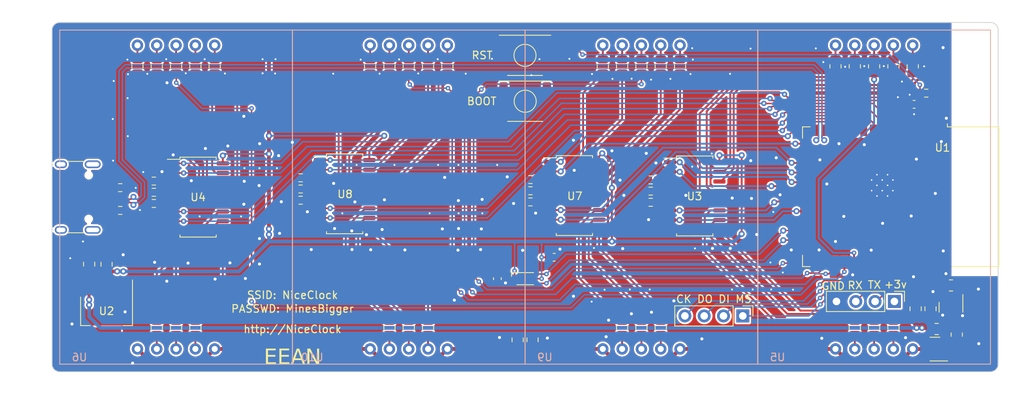
<source format=kicad_pcb>
(kicad_pcb (version 20240108) (generator "pcbnew") (generator_version "8.0")
  (layers (0 "F.Cu" signal) (31 "B.Cu" signal) (34 "B.Paste" user) (35 "F.Paste" user) (36 "B.SilkS" user "B.Silkscreen") (37 "F.SilkS" user "F.Silkscreen") (38 "B.Mask" user) (39 "F.Mask" user) (44 "Edge.Cuts" user))
  (net 0 "")
  (net 1 "RST")
  (net 2 "GND")
  (net 3 "Net-(U4-f)")
  (net 4 "+3V3")
  (net 5 "Net-(U6-F)")
  (net 6 "Net-(U3-b)")
  (net 7 "Net-(U5-B)")
  (net 8 "Net-(U3-c)")
  (net 9 "Net-(U5-C)")
  (net 10 "Net-(U3-d)")
  (net 11 "Net-(U5-D)")
  (net 12 "Net-(U3-e)")
  (net 13 "Net-(U5-E)")
  (net 14 "Net-(U3-f)")
  (net 15 "Net-(U5-F)")
  (net 16 "Net-(U3-g)")
  (net 17 "Net-(U5-G)")
  (net 18 "Net-(U5-DP)")
  (net 19 "Net-(U4-a)")
  (net 20 "Net-(U6-A)")
  (net 21 "Net-(U4-b)")
  (net 22 "Net-(U6-B)")
  (net 23 "Net-(U4-c)")
  (net 24 "Net-(U6-C)")
  (net 25 "Net-(U4-d)")
  (net 26 "Net-(U6-D)")
  (net 27 "Net-(U4-e)")
  (net 28 "Net-(U6-E)")
  (net 29 "Net-(U3-a)")
  (net 30 "Net-(U5-A)")
  (net 31 "Net-(U4-g)")
  (net 32 "Net-(U6-G)")
  (net 33 "Net-(U6-DP)")
  (net 34 "Net-(U7-a)")
  (net 35 "Net-(U9-A)")
  (net 36 "Net-(U7-b)")
  (net 37 "Net-(U9-B)")
  (net 38 "Net-(U7-c)")
  (net 39 "Net-(U9-C)")
  (net 40 "Net-(U7-d)")
  (net 41 "Net-(U9-D)")
  (net 42 "Net-(U7-e)")
  (net 43 "Net-(U9-E)")
  (net 44 "Net-(U7-f)")
  (net 45 "Net-(U9-F)")
  (net 46 "Net-(U7-g)")
  (net 47 "Net-(U9-G)")
  (net 48 "Net-(U9-DP)")
  (net 49 "Net-(U8-a)")
  (net 50 "Net-(U10-A)")
  (net 51 "Net-(U8-b)")
  (net 52 "Net-(U10-B)")
  (net 53 "Net-(Q2-G)")
  (net 54 "Net-(U8-g)")
  (net 55 "Net-(U10-G)")
  (net 56 "Net-(U10-DP)")
  (net 57 "Net-(U8-f)")
  (net 58 "Net-(U10-F)")
  (net 59 "Net-(U8-e)")
  (net 60 "Net-(U10-E)")
  (net 61 "Net-(U8-d)")
  (net 62 "Net-(U10-D)")
  (net 63 "Net-(U8-c)")
  (net 64 "Net-(U10-C)")
  (net 65 "Net-(Q1-G)")
  (net 66 "Net-(Q2-D)")
  (net 67 "Net-(U3-RBI)")
  (net 68 "Net-(U8-BI)")
  (net 69 "LED")
  (net 70 "Net-(U8-LT)")
  (net 71 "Net-(U8-RBI)")
  (net 72 "Net-(U7-LT)")
  (net 73 "Net-(U7-BI)")
  (net 74 "Net-(U7-RBI)")
  (net 75 "Net-(J1-CC2)")
  (net 76 "Net-(J1-CC1)")
  (net 77 "Net-(U3-LT)")
  (net 78 "Net-(U3-BI)")
  (net 79 "Net-(U4-RBI)")
  (net 80 "Net-(U4-BI)")
  (net 81 "Net-(U4-LT)")
  (net 82 "CC")
  (net 83 "VBUS")
  (net 85 "D+")
  (net 86 "D-")
  (net 89 "Net-(U1-IO0)")
  (net 90 "TMS")
  (net 91 "TDI")
  (net 92 "TDO")
  (net 93 "TCK")
  (net 94 "TX")
  (net 95 "RX")
  (net 96 "A1")
  (net 97 "B1")
  (net 98 "C1")
  (net 99 "D1")
  (net 100 "A2")
  (net 101 "B2")
  (net 102 "C2")
  (net 103 "D2")
  (net 104 "A3")
  (net 105 "B3")
  (net 106 "C3")
  (net 107 "D3")
  (net 108 "A4")
  (net 109 "B4")
  (net 110 "C4")
  (net 111 "D4")
  (net 113 "SDA")
  (net 114 "SCL")
  (net 119 "IO38")
  (net 120 "IO35")
  (net 121 "IO37")
  (net 122 "IO36")
  (footprint "Capacitor_SMD:C_0603_1608Metric" (layer "F.Cu") (at 259.1816 91.1098 180)
    (property "Reference" "C3" (hide yes))
    (property "Value" "100n")
  )
  (footprint "Resistor_SMD:R_0805_2012Metric" (layer "F.Cu") (at 228.3968 86.106 90)
    (property "Reference" "R41" (hide yes))
    (property "Value" "100")
  )
  (footprint "Resistor_SMD:R_0603_1608Metric" (layer "F.Cu") (at 260.7818 89.6366)
    (property "Reference" "R3" (hide yes))
    (property "Value" "10k")
  )
  (footprint "Package_TO_SOT_SMD:SOT-23" (layer "F.Cu") (at 261.9206 123.3424 180)
    (property "Reference" "Q1" (hide yes))
    (property "Value" "C15127" (hide yes))
  )
  (footprint "Resistor_SMD:R_0603_1608Metric" (layer "F.Cu") (at 159.1818 104.1654)
    (property "Reference" "R12" (hide yes))
    (property "Value" "R" (hide yes))
  )
  (footprint "Resistor_SMD:R_0603_1608Metric" (layer "F.Cu") (at 208.7118 102.489)
    (property "Reference" "R33" (hide yes))
    (property "Value" "R" (hide yes))
  )
  (footprint "Resistor_SMD:R_0805_2012Metric" (layer "F.Cu") (at 167.1828 86.106 90)
    (property "Reference" "R27" (hide yes))
    (property "Value" "100" (hide yes))
  )
  (footprint "Package_SO:SOIC-16_4.55x10.3mm_P1.27mm" (layer "F.Cu") (at 230.3272 103.1748)
    (property "Reference" "U3")
    (property "Value" "74LS47")
  )
  (footprint "Resistor_SMD:R_0805_2012Metric" (layer "F.Cu") (at 162.1028 120.5484 -90)
    (property "Reference" "R24" (hide yes))
    (property "Value" "100")
  )
  (footprint "Resistor_SMD:R_0603_1608Metric" (layer "F.Cu") (at 154.7622 105.0798)
    (property "Reference" "R2" (hide yes))
    (property "Value" "5k1")
  )
  (footprint "Resistor_SMD:R_0603_1608Metric" (layer "F.Cu") (at 154.7622 102.0826)
    (property "Reference" "R1" (hide yes))
    (property "Value" "5k1")
  )
  (footprint "Resistor_SMD:R_0805_2012Metric" (layer "F.Cu") (at 197.7898 86.106 90)
    (property "Reference" "R49" (hide yes))
    (property "Value" "100")
  )
  (footprint "Ian's Custom Components:5.2mm_Tactile_Push_Button" (layer "F.Cu") (at 208.0006 84.6582)
    (property "Reference" "SW2" (hide yes))
    (property "Value" "SW_Push" (hide yes))
  )
  (footprint "Resistor_SMD:R_0805_2012Metric" (layer "F.Cu") (at 192.7098 120.5484 -90)
    (property "Reference" "R46" (hide yes))
    (property "Value" "100")
  )
  (footprint "Resistor_SMD:R_0805_2012Metric" (layer "F.Cu") (at 253.9238 86.106 90)
    (property "Reference" "R20" (hide yes))
    (property "Value" "1000")
  )
  (footprint "Resistor_SMD:R_0805_2012Metric" (layer "F.Cu") (at 187.6298 86.106 90)
    (property "Reference" "R44" (hide yes))
    (property "Value" "100")
  )
  (footprint "Resistor_SMD:R_0805_2012Metric" (layer "F.Cu") (at 251.3838 120.5484 -90)
    (property "Reference" "R15" (hide yes))
    (property "Value" "100")
  )
  (footprint "Resistor_SMD:R_0603_1608Metric" (layer "F.Cu") (at 208.7118 101.0158)
    (property "Reference" "R32" (hide yes))
    (property "Value" "R" (hide yes))
  )
  (footprint "Resistor_SMD:R_0603_1608Metric" (layer "F.Cu") (at 178.4858 100.7872)
    (property "Reference" "R29" (hide yes))
    (property "Value" "R" (hide yes))
  )
  (footprint "Resistor_SMD:R_0805_2012Metric" (layer "F.Cu") (at 264.7931 121.4374 90)
    (property "Reference" "R5" (hide yes))
    (property "Value" "47k" (hide yes))
  )
  (footprint "Resistor_SMD:R_0805_2012Metric" (layer "F.Cu") (at 159.5628 86.106 90)
    (property "Reference" "R21" (hide yes))
    (property "Value" "100" (hide yes))
  )
  (footprint "Resistor_SMD:R_0805_2012Metric" (layer "F.Cu") (at 218.2368 86.106 90)
    (property "Reference" "R36" (hide yes))
    (property "Value" "100")
  )
  (footprint "Resistor_SMD:R_0805_2012Metric" (layer "F.Cu") (at 192.7098 86.106 90)
    (property "Reference" "R50" (hide yes))
    (property "Value" "1000")
  )
  (footprint "Package_SO:SOIC-16_4.55x10.3mm_P1.27mm" (layer "F.Cu") (at 184.277 102.8954)
    (property "Reference" "U8")
    (property "Value" "74LS47")
  )
  (footprint "Capacitor_SMD:C_0805_2012Metric" (layer "F.Cu") (at 208.9912 122.1232 90)
    (property "Reference" "C9" (hide yes))
    (property "Value" "C")
  )
  (footprint "Resistor_SMD:R_0805_2012Metric" (layer "F.Cu") (at 251.3838 86.106 90)
    (property "Reference" "R13" (hide yes))
    (property "Value" "100")
  )
  (footprint "Capacitor_SMD:C_0805_2012Metric" (layer "F.Cu") (at 207.0354 122.1232 90)
    (property "Reference" "C8" (hide yes))
    (property "Value" "C")
  )
  (footprint "Resistor_SMD:R_0805_2012Metric" (layer "F.Cu") (at 159.5628 120.5484 -90)
    (property "Reference" "R23" (hide yes))
    (property "Value" "100")
  )
  (footprint "Resistor_SMD:R_0603_1608Metric" (layer "F.Cu") (at 224.536 102.5398)
    (property "Reference" "R8" (hide yes))
    (property "Value" "R" (hide yes))
  )
  (footprint "Capacitor_SMD:C_0603_1608Metric" (layer "F.Cu") (at 211.836 111.252)
    (property "Reference" "C5" (hide yes))
    (property "Value" "100n" (hide yes))
  )
  (footprint "Ian's Custom Components:WSOF6" (layer "F.Cu") (at 208.026 114.0714 -90)
    (property "Reference" "PD1" (hide yes))
    (property "Value" "BH1730" (hide yes))
  )
  (footprint "Package_TO_SOT_SMD:SOT-223-3_TabPin2" (layer "F.Cu") (at 152.9588 118.3386 -90)
    (property "Reference" "U2")
    (property "Value" "AMS1117-3.3")
  )
  (footprint "Capacitor_SMD:C_0805_2012Metric" (layer "F.Cu") (at 259.3848 118.0338 90)
    (property "Reference" "C6" (hide yes))
    (property "Value" "C")
  )
  (footprint "Connector_PinHeader_2.54mm:PinHeader_1x04_P2.54mm_Vertical" (layer "F.Cu") (at 236.6518 118.9736 -90)
    (property "Reference" "J3" (hide yes))
    (property "Value" "Conn_01x04")
  )
  (footprint "Resistor_SMD:R_0603_1608Metric" (layer "F.Cu") (at 224.536 104.013)
    (property "Reference" "R9" (hide yes))
    (property "Value" "R" (hide yes))
  )
  (footprint "Capacitor_SMD:C_0805_2012Metric" (layer "F.Cu") (at 150.6728 112.1562 90)
    (property "Reference" "C1" (hide yes))
    (property "Value" "10u" (hide yes))
  )
  (footprint "Resistor_SMD:R_0805_2012Metric" (layer "F.Cu") (at 225.8568 86.106 90)
    (property "Reference" "R40" (hide yes))
    (property "Value" "100")
  )
  (footprint "Connector_USB:USB_C_Receptacle_HRO_TYPE-C-31-M-12" (layer "F.Cu") (at 148.0046 103.3272 -90)
    (property "Reference" "J1" (hide yes))
    (property "Value" "USB_C_Receptacle_USB2.0")
  )
  (footprint "Resistor_SMD:R_0805_2012Metric" (layer "F.Cu") (at 256.4638 86.106 90)
    (property "Reference" "R18" (hide yes))
    (property "Value" "100")
  )
  (footprint "Resistor_SMD:R_0603_1608Metric" (layer "F.Cu") (at 159.1818 102.6922)
    (property "Reference" "R11" (hide yes))
    (property "Value" "R" (hide yes))
  )
  (footprint "Resistor_SMD:R_0805_2012Metric" (layer "F.Cu") (at 248.8438 86.106 90)
    (property "Reference" "R14" (hide yes))
    (property "Value" "100")
  )
  (footprint "Ian's Custom Components:5.2mm_Tactile_Push_Button" (layer "F.Cu") (at 208.026 90.7034)
    (property "Reference" "SW1" (hide yes))
    (property "Value" "SW_Push" (hide yes))
  )
  (footprint "Resistor_SMD:R_0603_1608Metric" (layer "F.Cu") (at 178.4858 102.2604)
    (property "Reference" "R30" (hide yes))
    (property "Value" "R" (hide yes))
  )
  (footprint "Capacitor_SMD:C_0805_2012Metric" (layer "F.Cu") (at 152.9588 112.1664 90)
    (property "Reference" "C2" (hide yes))
    (property "Value" "10u" (hide yes))
  )
  (footprint "Resistor_SMD:R_0805_2012Metric" (layer "F.Cu") (at 225.8568 120.5484 -90)
    (property "Reference" "R39" (hide yes))
    (property "Value" "100")
  )
  (footprint "Resistor_SMD:R_0805_2012Metric" (layer "F.Cu") (at 264.0349 114.9604 180)
    (property "Reference" "R4" (hide yes))
    (property "Value" "47k" (hide yes))
  )
  (footprint "Package_TO_SOT_SMD:SOT-23" (layer "F.Cu") (at 264.033 117.8306 -90)
    (property "Reference" "Q2" (hide yes))
    (property "Value" "C8545" (hide yes))
  )
  (footprint "Resistor_SMD:R_0603_1608Metric" (layer "F.Cu") (at 178.4858 103.7336)
    (property "Reference" "R31" (hide yes))
    (property "Value" "R" (hide yes))
  )
  (footprint "Resistor_SMD:R_0805_2012Metric" (layer "F.Cu") (at 190.1698 86.106 90)
    (property "Reference" "R43" (hide yes))
    (property "Value" "100")
  )
  (footprint "Resistor_SMD:R_0805_2012Metric" (layer "F.Cu") (at 164.6428 120.5484 -90)
    (property "Reference" "R25" (hide yes))
    (property "Value" "100")
  )
  (footprint "Connector_PinHeader_2.54mm:PinHeader_1x04_P2.54mm_Vertical" (layer "F.Cu") (at 256.5908 117.0686 -90)
    (property "Reference" "J2" (hide yes))
    (property "Value" "Conn_01x04")
  )
  (footprint "Resistor_SMD:R_0805_2012Metric" (layer "F.Cu") (at 259.0038 86.106 90)
    (property "Reference" "R19" (hide yes))
    (property "Value" "100")
  )
  (footprint "Resistor_SMD:R_0805_2012Metric" (layer "F.Cu") (at 195.2498 86.106 90)
    (property "Reference" "R48" (hide yes))
    (property "Value" "100")
  )
  (footprint "Resistor_SMD:R_0805_2012Metric" (layer "F.Cu") (at 220.7768 120.5484 -90)
    (property "Reference" "R37" (hide yes))
    (property "Value" "100")
  )
  (footprint "Resistor_SMD:R_0603_1608Metric" (layer "F.Cu") (at 208.7118 103.9622)
    (property "Reference" "R34" (hide yes))
    (property "Value" "R" (hide yes))
  )
  (footprint "Resistor_SMD:R_0603_1608Metric" (layer "F.Cu") (at 159.1818 101.219)
    (property "Reference" "R10" (hide yes))
    (property "Value" "R" (hide yes))
  )
  (footprint "Resistor_SMD:R_0805_2012Metric" (layer "F.Cu") (at 190.1698 120.5484 -90)
    (property "Reference" "R45" (hide yes))
    (property "Value" "100")
  )
  (footprint "Resistor_SMD:R_0603_1608Metric" (layer "F.Cu") (at 224.536 101.0666)
    (property "Reference" "R7" (hide yes))
    (property "Value" "R" (hide yes))
  )
  (footprint "Capacitor_SMD:C_0805_2012Metric" (layer "F.Cu") (at 261.3406 118.0338 90)
    (property "Reference" "C7" (hide yes))
    (property "Value" "C")
  )
  (footprint "Resistor_SMD:R_0805_2012Metric" (layer "F.Cu") (at 164.6428 86.106 90)
    (property "Reference" "R26" (hide yes))
    (property "Value" "100" (hide yes))
  )
  (footprint "Resistor_SMD:R_0805_2012Metric" (layer "F.Cu") (at 195.2498 120.5484 -90)
    (property "Reference" "R47" (hide yes))
    (property "Value" "100")
  )
  (footprint "Package_SO:SOIC-16_4.55x10.3mm_P1.27mm" (layer "F.Cu") (at 214.503 103.124)
    (property "Reference" "U7")
    (property "Value" "74LS47")
  )
  (footprint "Resistor_SMD:R_0805_2012Metric" (layer "F.Cu") (at 223.3168 120.5484 -90)
    (property "Reference" "R38" (hide yes))
    (property "Value" "100")
  )
  (footprint "Resistor_SMD:R_0805_2012Metric" (layer "F.Cu") (at 223.3168 86.106 90)
    (property "Reference" "R42" (hide yes))
    (property "Value" "1000")
  )
  (footprint "Capacitor_SMD:C_0603_1608Metric" (layer "F.Cu") (at 204.3684 114.0714 -90)
    (property "Reference" "C4" (hide yes))
    (property "Value" "100n" (hide yes))
  )
  (footprint "Resistor_SMD:R_0805_2012Metric" (layer "F.Cu") (at 162.1028 86.106 90)
    (property "Reference" "R28" (hide yes))
    (property "Value" "1000" (hide yes))
  )
  (footprint "Resistor_SMD:R_0805_2012Metric" (layer "F.Cu") (at 262.1534 120.7008 180)
    (property "Reference" "R6" (hide yes))
    (property "Value" "47k" (hide yes))
  )
  (footprint "Resistor_SMD:R_0805_2012Metric" (layer "F.Cu") (at 220.7768 86.106 90)
    (property "Reference" "R35" (hide yes))
    (property "Value" "100")
  )
  (footprint "Resistor_SMD:R_0805_2012Metric" (layer "F.Cu") (at 157.0228 86.106 90)
    (property "Reference" "R22" (hide yes))
    (property "Value" "100" (hide yes))
  )
  (footprint "RF_Module:ESP32-S3-WROOM-1" (layer "F.Cu") (at 257.4544 103.2764 -90)
    (property "Reference" "U1")
    (property "Value" "ESP32-S2-SOLO-2")
  )
  (footprint "Resistor_SMD:R_0805_2012Metric" (layer "F.Cu") (at 253.9238 120.5484 -90)
    (property "Reference" "R16" (hide yes))
    (property "Value" "100")
  )
  (footprint "Resistor_SMD:R_0805_2012Metric" (layer "F.Cu") (at 256.4638 120.5484 -90)
    (property "Reference" "R17" (hide yes))
    (property "Value" "100")
  )
  (footprint "Package_SO:SOIC-16_4.55x10.3mm_P1.27mm" (layer "F.Cu") (at 164.9984 103.3272)
    (property "Reference" "U4")
    (property "Value" "74LS47")
  )
  (footprint "Ian's Custom Components:Segment_Display_1-5_inch" (layer "B.Cu") (at 253.9238 103.3272 180)
    (property "Reference" "U5")
    (property "Value" "SBC18-11SURKCGKWA")
  )
  (footprint "Ian's Custom Components:Segment_Display_1-5_inch" (layer "B.Cu") (at 192.7098 103.3272 180)
    (property "Reference" "U10")
    (property "Value" "SBC18-11SURKCGKWA")
  )
  (footprint "Ian's Custom Components:Segment_Display_1-5_inch" (layer "B.Cu") (at 223.3168 103.3272 180)
    (property "Reference" "U9")
    (property "Value" "SBC18-11SURKCGKWA")
  )
  (footprint "Ian's Custom Components:Segment_Display_1-5_inch" (layer "B.Cu") (at 162.1028 103.3272 180)
    (property "Reference" "U6")
    (property "Value" "SBC18-11SURKCGKWA")
  )
  (gr_poly (pts (xy 262.0518 119.4816) (xy 261.747 120.015) (xy 261.747 121.3866) (xy 260.731 121.3866) (xy 260.7284 120.8024) (xy 259.4356 120.8024) (xy 258.6736 119.4816) (xy 258.6736 118.491) (xy 262.0518 118.491)) (stroke (width 0.02)) (fill solid) (layer "F.Cu") (net 83))
  (gr_line (start 270.24 81.3308) (end 270.24 125.323599) (stroke (width 0.1)) (layer "Edge.Cuts"))
  (gr_arc (start 146.786601 126.323599) (mid 146.079494 126.030706) (end 145.786601 125.323599) (stroke (width 0.1)) (layer "Edge.Cuts"))
  (gr_arc (start 269.24 80.3308) (mid 269.947107 80.623693) (end 270.24 81.3308) (stroke (width 0.1)) (layer "Edge.Cuts"))
  (gr_line (start 146.786601 80.3308) (end 269.24 80.3308) (stroke (width 0.1)) (layer "Edge.Cuts"))
  (gr_line (start 145.786601 125.323599) (end 145.786601 81.3308) (stroke (width 0.1)) (layer "Edge.Cuts"))
  (gr_arc (start 145.786601 81.3308) (mid 146.079494 80.623693) (end 146.786601 80.3308) (stroke (width 0.1)) (layer "Edge.Cuts"))
  (gr_arc (start 270.24 125.323599) (mid 269.947107 126.030706) (end 269.24 126.323599) (stroke (width 0.1)) (layer "Edge.Cuts"))
  (gr_line (start 269.24 126.323599) (end 146.786601 126.323599) (stroke (width 0.1)) (layer "Edge.Cuts"))
  (gr_text "TX" (at 254.9144 114.8842 0) (layer "F.SilkS") (effects (font (size 1 1)) (justify right)))
  (gr_text "+3v" (at 258.318 114.8334 0) (layer "F.SilkS") (effects (font (size 1 1)) (justify right)))
  (gr_text "http://NiceClock" (at 177.419 120.7262 0) (layer "F.SilkS") (effects (font (size 1 1))))
  (gr_text "EEAN" (at 177.419 124.4854 0) (layer "F.SilkS") (effects (font (size 2 2))))
  (gr_text "CK DO DI MS" (at 232.8418 116.7638 0) (layer "F.SilkS") (effects (font (size 1 1))))
  (gr_text "SSID: NiceClock" (at 177.419 116.2304 0) (layer "F.SilkS") (effects (font (size 1 1))))
  (gr_text "BOOT" (at 202.311 90.7034 0) (layer "F.SilkS") (effects (font (size 1 1))))
  (gr_text "PASSWD: MinesBigger" (at 177.419 118.0338 0) (layer "F.SilkS") (effects (font (size 1 1))))
  (gr_text "RX" (at 252.5014 114.9604 0) (layer "F.SilkS") (effects (font (size 1 1)) (justify right)))
  (gr_text "GND" (at 250.1646 115.0366 0) (layer "F.SilkS") (effects (font (size 1 1)) (justify right)))
  (gr_text "RST\n" (at 202.3618 84.6582 0) (layer "F.SilkS") (effects (font (size 1 1))))
  (segment (start 259.9568 88.5576) (end 259.9436 88.5444) (width 0.2) (layer "F.Cu") (net 1))
  (segment (start 213.7214 82.7082) (end 215.5698 84.5566) (width 0.2) (layer "F.Cu") (net 1))
  (segment (start 259.9568 91.1096) (end 259.9566 91.1098) (width 0.2) (layer "F.Cu") (net 1))
  (segment (start 260.1744 91.3276) (end 259.9566 91.1098) (width 0.2) (layer "F.Cu") (net 1))
  (segment (start 260.1744 94.5264) (end 260.1744 91.3276) (width 0.2) (layer "F.Cu") (net 1))
  (segment (start 259.9568 89.6366) (end 259.9568 91.1096) (width 0.2) (layer "F.Cu") (net 1))
  (segment (start 259.9568 89.6366) (end 259.9568 88.5576) (width 0.2) (layer "F.Cu") (net 1))
  (segment (start 210.8506 82.7082) (end 213.7214 82.7082) (width 0.2) (layer "F.Cu") (net 1))
  (via (at 259.9436 88.5444) (size 0.6) (drill 0.25) (layers "F.Cu" "B.Cu") (net 1))
  (via (at 215.5698 84.5566) (size 0.6) (drill 0.25) (layers "F.Cu" "B.Cu") (net 1))
  (segment (start 259.9436 88.5444) (end 255.9558 84.5566) (width 0.2) (layer "B.Cu") (net 1))
  (segment (start 255.9558 84.5566) (end 215.5698 84.5566) (width 0.2) (layer "B.Cu") (net 1))
  (via (at 227.584 116.9924) (size 0.8) (drill 0.4) (layers "F.Cu" "B.Cu") (net 2))
  (via (at 199.2376 99.0854) (size 0.6) (drill 0.25) (layers "F.Cu" "B.Cu") (net 2))
  (via (at 155.7528 95.3008) (size 0.6) (drill 0.25) (layers "F.Cu" "B.Cu") (net 2))
  (via (at 155.1432 110.9218) (size 0.8) (drill 0.4) (layers "F.Cu" "B.Cu") (net 2))
  (via (at 237.6678 83.7692) (size 0.6) (drill 0.25) (layers "F.Cu" "B.Cu") (net 2))
  (via (at 230.0732 85.217) (size 0.6) (drill 0.25) (layers "F.Cu" "B.Cu") (net 2))
  (via (at 213.8426 85.1154) (size 0.6) (drill 0.25) (layers "F.Cu" "B.Cu") (net 2))
  (via (at 240.3856 115.4938) (size 0.6) (drill 0.25) (layers "F.Cu" "B.Cu") (net 2))
  (via (at 171.0944 99.5172) (size 0.6) (drill 0.25) (layers "F.Cu" "B.Cu") (net 2))
  (via (at 235.0008 110.0836) (size 0.8) (drill 0.4) (layers "F.Cu" "B.Cu") (net 2))
  (via (at 204.343 99.0854) (size 0.6) (drill 0.25) (layers "F.Cu" "B.Cu") (net 2))
  (via (at 261.9756 102.8446) (size 0.8) (drill 0.4) (layers "F.Cu" "B.Cu") (net 2))
  (via (at 258.5974 89.8398) (size 0.6) (drill 0.25) (layers "F.Cu" "B.Cu") (net 2))
  (via (at 170.6626 105.8672) (size 0.6) (drill 0.25) (layers "F.Cu" "B.Cu") (net 2))
  (via (at 234.9754 87.0966) (size 0.6) (drill 0.25) (layers "F.Cu" "B.Cu") (net 2))
  (via (at 258.8006 105.8164) (size 0.8) (drill 0.4) (layers "F.Cu" "B.Cu") (net 2))
  (via (at 199.2376 103.7844) (size 0.8) (drill 0.4) (layers "F.Cu" "B.Cu") (net 2))
  (via (at 189.5094 103.6828) (size 0.8) (drill 0.4) (layers "F.Cu" "B.Cu") (net 2))
  (via (at 214.4776 99.7966) (size 0.8) (drill 0.4) (layers "F.Cu" "B.Cu") (net 2))
  (via (at 171.0182 104.267) (size 0.8) (drill 0.4) (layers "F.Cu" "B.Cu") (net 2))
  (via (at 210.947 121.8946) (size 0.8) (drill 0.4) (layers "F.Cu" "B.Cu") (net 2))
  (via (at 183.9722 105.4608) (size 0.6) (drill 0.25) (layers "F.Cu" "B.Cu") (net 2))
  (via (at 197.4342 100.7364) (size 0.8) (drill 0.4) (layers "F.Cu" "B.Cu") (net 2))
  (via (at 171.0182 92.6846) (size 0.8) (drill 0.4) (layers "F.Cu" "B.Cu") (net 2))
  (via (at 267.6906 122.6312) (size 0.8) (drill 0.4) (layers "F.Cu" "B.Cu") (net 2))
  (via (at 240.665 105.283) (size 0.6) (drill 0.25) (layers "F.Cu" "B.Cu") (net 2))
  (via (at 168.91 96.5962) (size 0.8) (drill 0.4) (layers "F.Cu" "B.Cu") (net 2))
  (via (at 160.2486 99.9744) (size 0.8) (drill 0.4) (layers "F.Cu" "B.Cu") (net 2))
  (via (at 237.6932 98.5266) (size 0.8) (drill 0.4) (layers "F.Cu" "B.Cu") (net 2))
  (via (at 199.263 105.4608) (size 0.6) (drill 0.25) (layers "F.Cu" "B.Cu") (net 2))
  (via (at 197.1294 107.5182) (size 0.8) (drill 0.4) (layers "F.Cu" "B.Cu") (net 2))
  (via (at 221.7928 115.4938) (size 0.6) (drill 0.25) (layers "F.Cu" "B.Cu") (net 2))
  (via (at 262.9916 83.6422) (size 0.8) (drill 0.4) (layers "F.Cu" "B.Cu") (net 2))
  (via (at 196.5706 99.0854) (size 0.6) (drill 0.25) (layers "F.Cu" "B.Cu") (net 2))
  (via (at 229.997 83.7184) (size 0.6) (drill 0.25) (layers "F.Cu" "B.Cu") (net 2))
  (via (at 173.0756 112.141) (size 0.8) (drill 0.4) (layers "F.Cu" "B.Cu") (net 2))
  (via (at 221.0054 103.0986) (size 0.8) (drill 0.4) (layers "F.Cu" "B.Cu") (net 2))
  (via (at 258.064 121.8438) (size 0.8) (drill 0.4) (layers "F.Cu" "B.Cu") (net 2))
  (via (at 173.482 85.1662) (size 0.6) (drill 0.25) (layers "F.Cu" "B.Cu") (net 2))
  (via (at 263.017 110.4138) (size 0.8) (drill 0.4) (layers "F.Cu" "B.Cu") (net 2))
  (via (at 188.8744 87.0712) (size 0.6) (drill 0.25) (layers "F.Cu" "B.Cu") (net 2))
  (via (at 229.7684 87.122) (size 0.6) (drill 0.25) (layers "F.Cu" "B.Cu") (net 2))
  (via (at 173.0756 99.5172) (size 0.6) (drill 0.25) (layers "F.Cu" "B.Cu") (net 2))
  (via (at 221.996 118.6942) (size 0.8) (drill 0.4) (layers "F.Cu" "B.Cu") (net 2))
  (via (at 171.069 101.2444) (size 0.8) (drill 0.4) (layers "F.Cu" "B.Cu") (net 2))
  (via (at 189.2046 107.5944) (size 0.8) (drill 0.4) (layers "F.Cu" "B.Cu") (net 2))
  (via (at 223.9518 97.5614) (size 0.8) (drill 0.4) (layers "F.Cu" "B.Cu") (net 2))
  (via (at 262.9408 118.872) (size 0.8) (drill 0.4) (layers "F.Cu" "B.Cu") (net 2))
  (via (at 199.1868 110.3122) (size 0.8) (drill 0.4) (layers "F.Cu" "B.Cu") (net 2))
  (via (at 259.1054 113.8174) (size 0.8) (drill 0.4) (layers "F.Cu" "B.Cu") (net 2))
  (via (at 238.4806 108.2548) (size 0.8) (drill 0.4) (layers "F.Cu" "B.Cu") (net 2))
  (via (at 217.0684 110.0328) (size 0.6) (drill 0.25) (layers "F.Cu" "B.Cu") (net 2))
  (via (at 253.5428 110.3122) (size 0.8) (drill 0.4) (layers "F.Cu" "B.Cu") (net 2))
  (via (at 229.997 99.314) (size 0.6) (drill 0.25) (layers "F.Cu" "B.Cu") (net 2))
  (via (at 190.8302 99.0854) (size 0.6) (drill 0.25) (layers "F.Cu" "B.Cu") (net 2))
  (via (at 173.0248 101.8032) (size 0.8) (drill 0.4) (layers "F.Cu" "B.Cu") (net 2))
  (via (at 259.4864 98.3234) (size 0.8) (drill 0.4) (layers "F.Cu" "B.Cu") (net 2))
  (via (at 235.2294 115.4938) (size 0.6) (drill 0.25) (layers "F.Cu" "B.Cu") (net 2))
  (via (at 156.7942 102.108) (size 0.6) (drill 0.25) (layers "F.Cu" "B.Cu") (net 2))
  (via (at 214.376 116.3828) (size 0.8) (drill 0.4) (layers "F.Cu" "B.Cu") (net 2))
  (via (at 195.453 105.4608) (size 0.6) (drill 0.25) (layers "F.Cu" "B.Cu") (net 2))
  (via (at 187.1472 108.2802) (size 0.8) (drill 0.4) (layers "F.Cu" "B.Cu") (net 2))
  (via (at 206.502 104.1654) (size 0.8) (drill 0.4) (layers "F.Cu" "B.Cu") (net 2))
  (via (at 219.5068 87.757) (size 0.6) (drill 0.25) (layers "F.Cu" "B.Cu") (net 2))
  (via (at 235.2548 103.4542) (size 0.8) (drill 0.4) (layers "F.Cu" "B.Cu") (net 2))
  (via (at 252.6284 96.4184) (size 0.8) (drill 0.4) (layers "F.Cu" "B.Cu") (net 2))
  (via (at 153.8224 98.5266) (size 0.6) (drill 0.25) (layers "F.Cu" "B.Cu") (net 2))
  (via (at 175.3616 99.5172) (size 0.6) (drill 0.25) (layers "F.Cu" "B.Cu") (net 2))
  (via (at 214.376 95.8342) (size 0.8) (drill 0.4) (layers "F.Cu" "B.Cu") (net 2))
  (via (at 241.046 98.1456) (size 0.8) (drill 0.4) (layers "F.Cu" "B.Cu") (net 2))
  (via (at 179.8828 110.236) (size 0.8) (drill 0.4) (layers "F.Cu" "B.Cu") (net 2))
  (via (at 257.048 90.17) (size 0.6) (drill 0.25) (layers "F.Cu" "B.Cu") (net 2))
  (via (at 148.4122 120.0404) (size 0.8) (drill 0.4) (layers "F.Cu" "B.Cu") (net 2))
  (via (at 160.8074 85.1662) (size 0.6) (drill 0.25) (layers "F.Cu" "B.Cu") (net 2))
  (via (at 246.253 83.7438) (size 0.6) (drill 0.25) (layers "F.Cu" "B.Cu") (net 2))
  (via (at 156.3878 125.1966) (size 0.8) (drill 0.4) (layers "F.Cu" "B.Cu") (net 2))
  (via (at 251.1044 113.5634) (size 0.8) (drill 0.4) (layers "F.Cu" "B.Cu") (net 2))
  (via (at 261.6708 115.7732) (size 0.8) (drill 0.4) (layers "F.Cu" "B.Cu") (net 2))
  (via (at 149.86 109.1692) (size 0.6) (drill 0.25) (layers "F.Cu" "B.Cu") (net 2))
  (via (at 243.0272 110.2868) (size 0.8) (drill 0.4) (layers "F.Cu" "B.Cu") (net 2))
  (via (at 208.8388 87.2744) (size 0.6) (drill 0.25) (layers "F.Cu" "B.Cu") (net 2))
  (via (at 237.7948 103.505) (size 0.8) (drill 0.4) (layers "F.Cu" "B.Cu") (net 2))
  (via (at 241.554 103.0224) (size 0.8) (drill 0.4) (layers "F.Cu" "B.Cu") (net 2))
  (via (at 260.5024 86.106) (size 0.6) (drill 0.25) (layers "F.Cu" "B.Cu") (net 2))
  (via (at 198.7042 116.8908) (size 0.8) (drill 0.4) (layers "F.Cu" "B.Cu") (net 2))
  (via (at 262.763 96.012) (size 0.8) (drill 0.4) (layers "F.Cu" "B.Cu") (net 2))
  (via (at 200.2028 87.0712) (size 0.6) (drill 0.25) (layers "F.Cu" "B.Cu") (net 2))
  (via (at 250.1138 86.1568) (size 0.6) (drill 0.25) (layers "F.Cu" "B.Cu") (net 2))
  (via (at 160.8836 114.4016) (size 0.8) (drill 0.4) (layers "F.Cu" "B.Cu") (net 2))
  (via (at 247.2436 85.5472) (size 0.6) (drill 0.25) (layers "F.Cu" "B.Cu") (net 2))
  (via (at 243.2558 115.5192) (size 0.6) (drill 0.25) (layers "F.Cu" "B.Cu") (net 2))
  (via (at 259.1816 92.4052) (size 0.6) (drill 0.25) (layers "F.Cu" "B.Cu") (net 2))
  (via (at 163.6776 112.014) (size 0.8) (drill 0.4) (layers "F.Cu" "B.Cu") (net 2))
  (via (at 255.1938 86.0806) (size 0.6) (drill 0.25) (layers "F.Cu" "B.Cu") (net 2))
  (via (at 155.7274 90.297) (size 0.6) (drill 0.25) (layers "F.Cu" "B.Cu") (net 2))
  (via (at 249.301 96.2914) (size 0.8) (drill 0.4) (layers "F.Cu" "B.Cu") (net 2))
  (via (at 219.4306 97.2312) (size 0.8) (drill 0.4) (layers "F.Cu" "B.Cu") (net 2))
  (via (at 202.1586 110.236) (size 0.8) (drill 0.4) (layers "F.Cu" "B.Cu") (net 2))
  (via (at 165.9636 96.9264) (size 0.8) (drill 0.4) (layers "F.Cu" "B.Cu") (net 2))
  (via (at 249.936 105.8672) (size 0.8) (drill 0.4) (layers "F.Cu" "B.Cu") (net 2))
  (via (at 186.3852 85.217) (size 0.6) (drill 0.25) (layers "F.Cu" "B.Cu") (net 2))
  (via (at 191.4398 85.1916) (size 0.6) (drill 0.25) (layers "F.Cu" "B.Cu") (net 2))
  (via (at 257.5814 88.1126) (size 0.6) (drill 0.25) (layers "F.Cu" "B.Cu") (net 2))
  (via (at 267.6398 115.443) (size 0.8) (drill 0.4) (layers "F.Cu" "B.Cu") (net 2))
  (via (at 185.8518 99.0854) (size 0.6) (drill 0.25) (layers "F.Cu" "B.Cu") (net 2))
  (via (at 232.664 110.0836) (size 0.8) (drill 0.4) (layers "F.Cu" "B.Cu") (net 2))
  (via (at 231.267 121.9962) (size 0.8) (drill 0.4) (layers "F.Cu" "B.Cu") (net 2))
  (via (at 209.3976 105.4354) (size 0.8) (drill 0.4) (layers "F.Cu" "B.Cu") (net 2))
  (via (at 209.9056 85.1662) (size 0.6) (drill 0.25) (layers "F.Cu" "B.Cu") (net 2))
  (via (at 159.2834 111.9124) (size 0.8) (drill 0.4) (layers "F.Cu" "B.Cu") (net 2))
  (via (at 220.4974 101.092) (size 0.8) (drill 0.4) (layers "F.Cu" "B.Cu") (net 2))
  (via (at 204.6478 121.8184) (size 0.8) (drill 0.4) (layers "F.Cu" "B.Cu") (net 2))
  (via (at 230.3526 110.0836) (size 0.6) (drill 0.25) (layers "F.Cu" "B.Cu") (net 2))
  (via (at 187.706 110.2614) (size 0.8) (drill 0.4) (layers "F.Cu" "B.Cu") (net 2))
  (via (at 199.263 107.4674) (size 0.8) (drill 0.4) (layers "F.Cu" "B.Cu") (net 2))
  (via (at 196.5198 85.1662) (size 0.6) (drill 0.25) (layers "F.Cu" "B.Cu") (net 2))
  (via (at 207.6958 110.3376) (size 0.8) (drill 0.4) (layers "F.Cu" "B.Cu") (net 2))
  (via (at 224.409 115.4938) (size 0.6) (drill 0.25) (layers "F.Cu" "B.Cu") (net 2))
  (via (at 227.1268 87.757) (size 0.6) (drill 0.25) (layers "F.Cu" "B.Cu") (net 2))
  (via (at 173.482 87.0204) (size 0.6) (drill 0.25) (layers "F.Cu" "B.Cu") (net 2))
  (via (at 205.6638 100.6602) (size 0.8) (drill 0.4) (layers "F.Cu" "B.Cu") (net 2))
  (via (at 173.101 96.2914) (size 0.8) (drill 0.4) (layers "F.Cu" "B.Cu") (net 2))
  (via (at 252.6284 86.0806) (size 0.6) (drill 0.25) (layers "F.Cu" "B.Cu") (net 2))
  (via (at 202.3872 105.4608) (size 0.6) (drill 0.25) (layers "F.Cu" "B.Cu") (net 2))
  (via (at 237.9472 115.4938) (size 0.6) (drill 0.25) (layers "F.Cu" "B.Cu") (net 2))
  (via (at 163.3728 87.0204) (size 0.6) (drill 0.25) (layers "F.Cu" "B.Cu") (net 2))
  (via (at 248.8438 109.1692) (size 0.8) (drill 0.4) (layers "F.Cu" "B.Cu") (net 2))
  (via (at 158.3182 87.0966) (size 0.6) (drill 0.25) (layers "F.Cu" "B.Cu") (net 2))
  (via (at 246.6848 110.2868) (size 0.8) (drill 0.4) (layers "F.Cu" "B.Cu") (net 2))
  (via (at 203.6572 85.1154) (size 0.6) (drill 0.25) (layers "F.Cu" "B.Cu") (net 2))
  (via (at 177.3936 96.1136) (size 0.8) (drill 0.4) (layers "F.Cu" "B.Cu") (net 2))
  (via (at 185.6232 103.9622) (size 0.8) (drill 0.4) (layers "F.Cu" "B.Cu") (net 2))
  (via (at 193.9544 87.0458) (size 0.6) (drill 0.25) (layers "F.Cu" "B.Cu") (net 2))
  (via (at 165.2016 105.8672) (size 0.6) (drill 0.25) (layers "F.Cu" "B.Cu") (net 2))
  (via (at 153.8986 88.0364) (size 0.6) (drill 0.25) (layers "F.Cu" "B.Cu") (net 2))
  (via (at 232.5624 97.5868) (size 0.6) (drill 0.25) (layers "F.Cu" "B.Cu") (net 2))
  (via (at 222.0214 87.7316) (size 0.6) (drill 0.25) (layers "F.Cu" "B.Cu") (net 2))
  (via (at 241.9096 113.2586) (size 0.6) (drill 0.25) (layers "F.Cu" "B.Cu") (net 2))
  (via (at 157.353 105.029) (size 0.6) (drill 0.25) (layers "F.Cu" "B.Cu") (net 2))
  (via (at 182.7784 87.0712) (size 0.6) (drill 0.25) (layers "F.Cu" "B.Cu") (net 2))
  (via (at 179.3748 105.2576) (size 0.8) (drill 0.4) (layers "F.Cu" "B.Cu") (net 2))
  (via (at 184.1754 99.0854) (size 0.6) (drill 0.25) (layers "F.Cu" "B.Cu") (net 2))
  (via (at 185.2168 107.7722) (size 0.8) (drill 0.4) (layers "F.Cu" "B.Cu") (net 2))
  (via (at 175.9458 103.9368) (size 0.8) (drill 0.4) (layers "F.Cu" "B.Cu") (net 2))
  (via (at 229.1588 103.0986) (size 0.8) (drill 0.4) (layers "F.Cu" "B.Cu") (net 2))
  (via (at 155.7782 87.1474) (size 0.6) (drill 0.25) (layers "F.Cu" "B.Cu") (net 2))
  (via (at 173.0756 108.7882) (size 0.8) (drill 0.4) (layers "F.Cu" "B.Cu") (net 2))
  (via (at 225.2218 98.8314) (size 0.8) (drill 0.4) (layers "F.Cu" "B.Cu") (net 2))
  (via (at 175.133 87.0458) (size 0.6) (drill 0.25) (layers "F.Cu" "B.Cu") (net 2))
  (via (at 155.702 85.217) (size 0.6) (drill 0.25) (layers "F.Cu" "B.Cu") (net 2))
  (via (at 216.8144 87.122) (size 0.6) (drill 0.25) (layers "F.Cu" "B.Cu") (net 2))
  (via (at 182.9562 107.4674) (size 0.8) (drill 0.4) (layers "F.Cu" "B.Cu") (net 2))
  (via (at 168.529 87.0458) (size 0.6) (drill 0.25) (layers "F.Cu" "B.Cu") (net 2))
  (via (at 218.6686 121.7168) (size 0.8) (drill 0.4) (layers "F.Cu" "B.Cu") (net 2))
  (via (at 247.0404 121.92) (size 0.8) (drill 0.4) (layers "F.Cu" "B.Cu") (net 2))
  (via (at 175.7172 108.1024) (size 0.8) (drill 0.4) (layers "F.Cu" "B.Cu") (net 2))
  (via (at 240.284 111.9378) (size 0.6) (drill 0.25) (layers "F.Cu" "B.Cu") (net 2))
  (via (at 247.7008 101.6) (size 0.8) (drill 0.4) (layers "F.Cu" "B.Cu") (net 2))
  (via (at 224.5868 87.8586) (size 0.6) (drill 0.25) (layers "F.Cu" "B.Cu") (net 2))
  (via (at 202.2602 107.5182) (size 0.8) (drill 0.4) (layers "F.Cu" "B.Cu") (net 2))
  (via (at 161.7218 97.7646) (size 0.8) (drill 0.4) (layers "F.Cu" "B.Cu") (net 2))
  (via (at 157.7848 100.0252) (size 0.6) (drill 0.25) (layers "F.Cu" "B.Cu") (net 2))
  (via (at 246.7864 98.425) (size 0.8) (drill 0.4) (layers "F.Cu" "B.Cu") (net 2))
  (via (at 265.557 118.9482) (size 0.8) (drill 0.4) (layers "F.Cu" "B.Cu") (net 2))
  (via (at 167.2336 114.1222) (size 0.8) (drill 0.4) (layers "F.Cu" "B.Cu") (net 2))
  (via (at 165.862 85.1662) (size 0.6) (drill 0.25) (layers "F.Cu" "B.Cu") (net 2))
  (via (at 224.6376 118.491) (size 0.8) (drill 0.4) (layers "F.Cu" "B.Cu") (net 2))
  (via (at 205.4352 114.6302) (size 0.8) (drill 0.4) (layers "F.Cu" "B.Cu") (net 2))
  (via (at 169.1894 111.9886) (size 0.8) (drill 0.4) (layers "F.Cu" "B.Cu") (net 2))
  (via (at 171.2214 114.046) (size 0.8) (drill 0.4) (layers "F.Cu" "B.Cu") (net 2))
  (via (at 192.2018 110.2868) (size 0.8) (drill 0.4) (layers "F.Cu" "B.Cu") (net 2))
  (via (at 148.1836 111.379) (size 0.6) (drill 0.25) (layers "F.Cu" "B.Cu") (net 2))
  (via (at 263.3726 113.411) (size 0.8) (drill 0.4) (layers "F.Cu" "B.Cu") (net 2))
  (via (at 263.4234 92.9386) (size 0.8) (drill 0.4) (layers "F.Cu" "B.Cu") (net 2))
  (via (at 185.2422 110.236) (size 0.8) (drill 0.4) (layers "F.Cu" "B.Cu") (net 2))
  (via (at 182.8292 101.5238) (size 0.8) (drill 0.4) (layers "F.Cu" "B.Cu") (net 2))
  (via (at 155.3972 118.4402) (size 0.8) (drill 0.4) (layers "F.Cu" "B.Cu") (net 2))
  (via (at 175.5902 97.8662) (size 0.8) (drill 0.4) (layers "F.Cu" "B.Cu") (net 2))
  (via (at 255.0414 106.7816) (size 0.8) (drill 0.4) (layers "F.Cu" "B.Cu") (net 2))
  (via (at 216.7636 117.094) (size 0.6) (drill 0.25) (layers "F.Cu" "B.Cu") (net 2))
  (via (at 220.853 110.109) (size 0.8) (drill 0.4) (layers "F.Cu" "B.Cu") (net 2))
  (via (at 153.7716 93.0402) (size 0.6) (drill 0.25) (layers "F.Cu" "B.Cu") (net 2))
  (via (at 218.4654 115.5192) (size 0.6) (drill 0.25) (layers "F.Cu" "B.Cu") (net 2))
  (via (at 202.3618 103.632) (size 0.8) (drill 0.4) (layers "F.Cu" "B.Cu") (net 2))
  (via (at 212.598 110.1852) (size 0.8) (drill 0.4) (layers "F.Cu" "B.Cu") (net 2))
  (via (at 218.9988 119.5324) (size 0.8) (drill 0.4) (layers "F.Cu" "B.Cu") (net 2))
  (via (at 160.909 88.265) (size 0.8) (drill 0.4) (layers "F.Cu" "B.Cu") (net 2))
  (via (at 175.1838 85.1662) (size 0.6) (drill 0.25) (layers "F.Cu" "B.Cu") (net 2))
  (via (at 164.1094 101.1682) (size 0.8) (drill 0.4) (layers "F.Cu" "B.Cu") (net 2))
  (via (at 224.2566 106.299) (size 0.8) (drill 0.4) (layers "F.Cu" "B.Cu") (net 2))
  (segment (start 167.3352 100.1522) (end 166.8526 99.6696) (width 0.25) (layer "F.Cu") (net 3))
  (segment (start 166.8526 89.2283) (end 164.6428 87.0185) (width 0.25) (layer "F.Cu") (net 3))
  (segment (start 166.8526 99.6696) (end 166.8526 89.2283) (width 0.25) (layer "F.Cu") (net 3))
  (segment (start 168.2484 100.1522) (end 167.3352 100.1522) (width 0.25) (layer "F.Cu") (net 3))
  (segment (start 236.4994 108.1786) (end 236.4994 97.8154) (width 0.25) (layer "F.Cu") (net 4))
  (segment (start 260.7056 81.3308) (end 261.4444 82.0696) (width 0.5) (layer "F.Cu") (net 4))
  (segment (start 206.626 113.6396) (end 206.626 113.033) (width 0.2) (layer "F.Cu") (net 4))
  (segment (start 210.185 111.252) (end 211.061 111.252) (width 0.2) (layer "F.Cu") (net 4))
  (segment (start 210.2104 111.252) (end 210.185 111.2774) (width 0.2) (layer "F.Cu") (net 4))
  (segment (start 217.753 98.679) (end 217.753 97.969) (width 0.25) (layer "F.Cu") (net 4))
  (segment (start 187.527 98.4504) (end 187.527 97.207) (width 0.25) (layer "F.Cu") (net 4))
  (segment (start 233.5772 97.8166) (end 233.5784 97.8154) (width 0.25) (layer "F.Cu") (net 4))
  (segment (start 217.753 97.969) (end 218.1606 97.5614) (width 0.25) (layer "F.Cu") (net 4))
  (segment (start 168.2484 97.8674) (end 168.2496 97.8662) (width 0.25) (layer "F.Cu") (net 4))
  (segment (start 209.426 114.0714) (end 210.185 114.0714) (width 0.2) (layer "F.Cu") (net 4))
  (segment (start 152.9588 113.1164) (end 152.9588 115.1886) (width 1) (layer "F.Cu") (net 4))
  (segment (start 187.527 97.207) (end 189.484 95.25) (width 0.25) (layer "F.Cu") (net 4))
  (segment (start 206.626 113.6396) (end 204.7116 113.6396) (width 0.2) (layer "F.Cu") (net 4))
  (segment (start 204.7116 113.6396) (end 204.3684 113.2964) (width 0.2) (layer "F.Cu") (net 4))
  (segment (start 233.5772 98.7298) (end 233.5772 97.8166) (width 0.25) (layer "F.Cu") (net 4))
  (segment (start 154.3456 113.1164) (end 154.3558 113.1062) (width 0.25) (layer "F.Cu") (net 4))
  (segment (start 174.3202 107.5182) (end 174.3202 83.5406) (width 0.5) (layer "F.Cu") (net 4))
  (segment (start 152.9588 113.1164) (end 154.3456 113.1164) (width 0.5) (layer "F.Cu") (net 4))
  (segment (start 174.3202 83.5406) (end 176.53 81.3308) (width 0.5) (layer "F.Cu") (net 4))
  (segment (start 168.2484 98.8822) (end 168.2484 97.8674) (width 0.25) (layer "F.Cu") (net 4))
  (segment (start 206.626 113.033) (end 206.629 113.03) (width 0.2) (layer "F.Cu") (net 4))
  (segment (start 176.53 81.3308) (end 260.7056 81.3308) (width 0.5) (layer "F.Cu") (net 4))
  (segment (start 219.4306 102.108) (end 219.4306 109.1692) (width 0.25) (layer "F.Cu") (net 4))
  (segment (start 261.4444 82.0696) (end 261.4444 94.5264) (width 0.5) (layer "F.Cu") (net 4))
  (via (at 236.4994 97.8154) (size 0.8) (drill 0.4) (layers "F.Cu" "B.Cu") (net 4))
  (via (at 236.4994 108.1786) (size 0.8) (drill 0.4) (layers "F.Cu" "B.Cu") (net 4))
  (via (at 219.4306 109.1692) (size 0.8) (drill 0.4) (layers "F.Cu" "B.Cu") (net 4))
  (via (at 210.185 111.252) (size 0.6) (drill 0.25) (layers "F.Cu" "B.Cu") (net 4))
  (via (at 189.484 95.25) (size 0.8) (drill 0.4) (layers "F.Cu" "B.Cu") (net 4))
  (via (at 219.4306 102.108) (size 0.8) (drill 0.4) (layers "F.Cu" "B.Cu") (net 4))
  (via (at 233.5784 97.8154) (size 0.8) (drill 0.4) (layers "F.Cu" "B.Cu") (net 4))
  (via (at 174.3202 107.5182) (size 0.8) (drill 0.4) (layers "F.Cu" "B.Cu") (net 4))
  (via (at 168.2496 97.8662) (size 0.8) (drill 0.4) (layers "F.Cu" "B.Cu") (net 4))
  (via (at 155.1686 113.1062) (size 0.8) (drill 0.4) (layers "F.Cu" "B.Cu") (net 4))
  (via (at 174.3202 97.6376) (size 0.8) (drill 0.4) (layers "F.Cu" "B.Cu") (net 4))
  (via (at 210.185 114.0714) (size 0.6) (drill 0.25) (layers "F.Cu" "B.Cu") (net 4))
  (via (at 206.629 113.03) (size 0.6) (drill 0.25) (layers "F.Cu" "B.Cu") (net 4))
  (via (at 174.3202 108.2548) (size 0.8) (drill 0.4) (layers "F.Cu" "B.Cu") (net 4))
  (via (at 174.3202 95.25) (size 0.8) (drill 0.4) (layers "F.Cu" "B.Cu") (net 4))
  (via (at 218.1606 97.5614) (size 0.8) (drill 0.4) (layers "F.Cu" "B.Cu") (net 4))
  (via (at 154.3558 113.1062) (size 0.8) (drill 0.4) (layers "F.Cu" "B.Cu") (net 4))
  (segment (start 168.2496 97.8662) (end 168.4782 97.6376) (width 0.25) (layer "B.Cu") (net 4))
  (segment (start 236.4994 108.1786) (end 235.5088 109.1692) (width 0.5) (layer "B.Cu") (net 4))
  (segment (start 170.3832 113.1062) (end 174.1932 109.2962) (width 0.5) (layer "B.Cu") (net 4))
  (segment (start 210.185 109.2454) (end 210.2612 109.1692) (width 0.2) (layer "B.Cu") (net 4))
  (segment (start 174.3202 107.5182) (end 174.3202 108.2548) (width 0.5) (layer "B.Cu") (net 4))
  (segment (start 155.1686 113.1062) (end 170.3832 113.1062) (width 0.5) (layer "B.Cu") (net 4))
  (segment (start 218.1606 97.5614) (end 219.4306 98.8314) (width 0.25) (layer "B.Cu") (net 4))
  (segment (start 219.4306 98.8314) (end 219.4306 102.108) (width 0.25) (layer "B.Cu") (net 4))
  (segment (start 206.7052 109.1692) (end 174.3202 109.1692) (width 0.5) (layer "B.Cu") (net 4))
  (segment (start 189.484 95.25) (end 174.3202 95.25) (width 0.25) (layer "B.Cu") (net 4))
  (segment (start 235.5088 109.1692) (end 210.2612 109.1692) (width 0.5) (layer "B.Cu") (net 4))
  (segment (start 206.629 113.03) (end 206.629 109.2454) (width 0.2) (layer "B.Cu") (net 4))
  (segment (start 233.5784 97.8154) (end 236.4994 97.8154) (width 0.25) (layer "B.Cu") (net 4))
  (segment (start 174.1932 109.2962) (end 174.3202 109.1692) (width 0.5) (layer "B.Cu") (net 4))
  (segment (start 168.4782 97.6376) (end 174.3202 97.6376) (width 0.25) (layer "B.Cu") (net 4))
  (segment (start 174.3202 109.1692) (end 174.3202 108.2548) (width 0.5) (layer "B.Cu") (net 4))
  (segment (start 155.1686 113.1062) (end 154.3558 113.1062) (width 0.5) (layer "B.Cu") (net 4))
  (segment (start 210.185 111.2774) (end 210.185 109.2454) (width 0.2) (layer "B.Cu") (net 4))
  (segment (start 210.185 114.0714) (end 210.185 111.2774) (width 0.2) (layer "B.Cu") (net 4))
  (segment (start 210.2612 109.1692) (end 206.7052 109.1692) (width 0.5) (layer "B.Cu") (net 4))
  (segment (start 164.6428 83.3272) (end 164.6428 85.1935) (width 0.25) (layer "F.Cu") (net 5))
  (segment (start 235.781 87.5102) (end 248.3521 87.5102) (width 0.25) (layer "F.Cu") (net 6))
  (segment (start 230.9876 92.3036) (end 235.781 87.5102) (width 0.25) (layer "F.Cu") (net 6))
  (segment (start 248.3521 87.5102) (end 248.8438 87.0185) (width 0.25) (layer "F.Cu") (net 6))
  (segment (start 231.6226 103.8098) (end 230.9876 103.1748) (width 0.25) (layer "F.Cu") (net 6))
  (segment (start 233.5772 103.8098) (end 231.6226 103.8098) (width 0.25) (layer "F.Cu") (net 6))
  (segment (start 230.9876 103.1748) (end 230.9876 92.3036) (width 0.25) (layer "F.Cu") (net 6))
  (segment (start 248.8438 85.1935) (end 248.8438 83.3272) (width 0.25) (layer "F.Cu") (net 7))
  (segment (start 231.648 105.8418) (end 232.41 105.0798) (width 0.25) (layer "F.Cu") (net 8))
  (segment (start 232.41 105.0798) (end 233.5772 105.0798) (width 0.25) (layer "F.Cu") (net 8))
  (segment (start 231.648 110.4646) (end 231.648 105.8418) (width 0.25) (layer "F.Cu") (net 8))
  (segment (start 251.3838 119.6359) (end 240.8193 119.6359) (width 0.25) (layer "F.Cu") (net 8))
  (segment (start 240.8193 119.6359) (end 231.648 110.4646) (width 0.25) (layer "F.Cu") (net 8))
  (segment (start 251.3838 123.3272) (end 251.3838 121.4609) (width 0.25) (layer "F.Cu") (net 9))
  (segment (start 253.0075 118.7196) (end 242.5192 118.7196) (width 0.25) (layer "F.Cu") (net 10))
  (segment (start 232.2576 107.1626) (end 233.0704 106.3498) (width 0.25) (layer "F.Cu") (net 10))
  (segment (start 233.0704 106.3498) (end 233.5772 106.3498) (width 0.25) (layer "F.Cu") (net 10))
  (segment (start 253.9238 119.6359) (end 253.0075 118.7196) (width 0.25) (layer "F.Cu") (net 10))
  (segment (start 242.5192 118.7196) (end 232.2576 108.458) (width 0.25) (layer "F.Cu") (net 10))
  (segment (start 232.2576 108.458) (end 232.2576 107.1626) (width 0.25) (layer "F.Cu") (net 10))
  (segment (start 253.9238 121.4609) (end 253.9238 123.3272) (width 0.25) (layer "F.Cu") (net 11))
  (segment (start 255.0975 118.2696) (end 256.4638 119.6359) (width 0.25) (layer "F.Cu") (net 12))
  (segment (start 244.227 118.2696) (end 255.0975 118.2696) (width 0.25) (layer "F.Cu") (net 12))
  (segment (start 233.5772 107.6198) (end 244.227 118.2696) (width 0.25) (layer "F.Cu") (net 12))
  (segment (start 256.4638 123.3272) (end 256.4638 121.4609) (width 0.25) (layer "F.Cu") (net 13))
  (segment (start 234.1118 99.9998) (end 235.0008 99.1108) (width 0.25) (layer "F.Cu") (net 14))
  (segment (start 255.7388 88.5582) (end 256.4638 87.8332) (width 0.25) (layer "F.Cu") (net 14))
  (segment (start 235.0008 99.1108) (end 235.0008 89.563192) (width 0.25) (layer "F.Cu") (net 14))
  (segment (start 236.005792 88.5582) (end 255.7388 88.5582) (width 0.25) (layer "F.Cu") (net 14))
  (segment (start 233.5772 99.9998) (end 234.1118 99.9998) (width 0.25) (layer "F.Cu") (net 14))
  (segment (start 256.4638 87.8332) (end 256.4638 87.0185) (width 0.25) (layer "F.Cu") (net 14))
  (segment (start 235.0008 89.563192) (end 236.005792 88.5582) (width 0.25) (layer "F.Cu") (net 14))
  (segment (start 256.4638 85.1935) (end 256.4638 83.3272) (width 0.25) (layer "F.Cu") (net 15))
  (segment (start 235.4508 99.580274) (end 233.761274 101.2698) (width 0.25) (layer "F.Cu") (net 16))
  (segment (start 235.4508 89.749588) (end 235.4508 99.580274) (width 0.25) (layer "F.Cu") (net 16))
  (segment (start 236.192188 89.0082) (end 235.4508 89.749588) (width 0.25) (layer "F.Cu") (net 16))
  (segment (start 257.8288 89.0082) (end 236.192188 89.0082) (width 0.25) (layer "F.Cu") (net 16))
  (segment (start 259.0038 87.0185) (end 259.0038 87.8332) (width 0.25) (layer "F.Cu") (net 16))
  (segment (start 233.761274 101.2698) (end 233.5772 101.2698) (width 0.25) (layer "F.Cu") (net 16))
  (segment (start 259.0038 87.8332) (end 257.8288 89.0082) (width 0.25) (layer "F.Cu") (net 16))
  (segment (start 259.0038 83.3272) (end 259.0038 85.1935) (width 0.25) (layer "F.Cu") (net 17))
  (segment (start 253.9238 83.3272) (end 253.9238 85.1935) (width 0.25) (layer "F.Cu") (net 18))
  (segment (start 168.2484 102.6922) (end 167.7162 102.6922) (width 0.25) (layer "F.Cu") (net 19))
  (segment (start 166.1668 98.552) (end 159.5628 91.948) (width 0.25) (layer "F.Cu") (net 19))
  (segment (start 166.1668 101.1428) (end 166.1668 98.552) (width 0.25) (layer "F.Cu") (net 19))
  (segment (start 159.5628 91.948) (end 159.5628 87.0185) (width 0.25) (layer "F.Cu") (net 19))
  (segment (start 167.7162 102.6922) (end 166.1668 101.1428) (width 0.25) (layer "F.Cu") (net 19))
  (segment (start 159.5628 83.3272) (end 159.5628 85.1935) (width 0.25) (layer "F.Cu") (net 20))
  (segment (start 165.1254 101.3714) (end 167.7162 103.9622) (width 0.25) (layer "F.Cu") (net 21))
  (segment (start 165.1254 99.7458) (end 165.1254 101.3714) (width 0.25) (layer "F.Cu") (net 21))
  (segment (start 167.7162 103.9622) (end 168.2484 103.9622) (width 0.25) (layer "F.Cu") (net 21))
  (segment (start 157.0228 91.6432) (end 165.1254 99.7458) (width 0.25) (layer "F.Cu") (net 21))
  (segment (start 157.0228 87.0185) (end 157.0228 91.6432) (width 0.25) (layer "F.Cu") (net 21))
  (segment (start 157.0228 85.1935) (end 157.0228 83.3272) (width 0.25) (layer "F.Cu") (net 22))
  (segment (start 168.2484 105.2322) (end 167.7162 105.2322) (width 0.25) (layer "F.Cu") (net 23))
  (segment (start 159.5628 119.6359) (end 159.5628 113.3856) (width 0.25) (layer "F.Cu") (net 23))
  (segment (start 167.7162 105.2322) (end 159.5628 113.3856) (width 0.25) (layer "F.Cu") (net 23))
  (segment (start 159.5628 121.4609) (end 159.5628 123.3272) (width 0.25) (layer "F.Cu") (net 24))
  (segment (start 162.1028 112.141) (end 162.1028 119.6359) (width 0.25) (layer "F.Cu") (net 25))
  (segment (start 168.2484 106.5022) (end 167.7416 106.5022) (width 0.25) (layer "F.Cu") (net 25))
  (segment (start 167.7416 106.5022) (end 162.1028 112.141) (width 0.25) (layer "F.Cu") (net 25))
  (segment (start 162.1028 123.3272) (end 162.1028 121.4609) (width 0.25) (layer "F.Cu") (net 26))
  (segment (start 164.8441 119.6359) (end 164.6428 119.6359) (width 0.25) (layer "F.Cu") (net 27))
  (segment (start 168.2484 107.7722) (end 168.2484 116.2316) (width 0.25) (layer "F.Cu") (net 27))
  (segment (start 168.2484 116.2316) (end 164.8441 119.6359) (width 0.25) (layer "F.Cu") (net 27))
  (segment (start 164.6428 121.4609) (end 164.6428 123.3272) (width 0.25) (layer "F.Cu") (net 28))
  (segment (start 233.5772 102.5398) (end 232.4862 102.5398) (width 0.25) (layer "F.Cu") (net 29))
  (segment (start 232.4862 102.5398) (end 231.902 101.9556) (width 0.25) (layer "F.Cu") (net 29))
  (segment (start 251.1825 87.0185) (end 251.3838 87.0185) (width 0.25) (layer "F.Cu") (net 29))
  (segment (start 235.967396 87.9602) (end 250.2408 87.9602) (width 0.25) (layer "F.Cu") (net 29))
  (segment (start 250.2408 87.9602) (end 251.1825 87.0185) (width 0.25) (layer "F.Cu") (net 29))
  (segment (start 231.902 101.9556) (end 231.902 92.025596) (width 0.25) (layer "F.Cu") (net 29))
  (segment (start 231.902 92.025596) (end 235.967396 87.9602) (width 0.25) (layer "F.Cu") (net 29))
  (segment (start 251.3838 85.1935) (end 251.3838 83.3272) (width 0.25) (layer "F.Cu") (net 30))
  (segment (start 168.2484 101.4222) (end 169.418 101.4222) (width 0.25) (layer "F.Cu") (net 31))
  (segment (start 170.1546 100.6856) (end 170.1546 89.9903) (width 0.25) (layer "F.Cu") (net 31))
  (segment (start 169.418 101.4222) (end 170.1546 100.6856) (width 0.25) (layer "F.Cu") (net 31))
  (segment (start 170.1546 89.9903) (end 167.1828 87.0185) (width 0.25) (layer "F.Cu") (net 31))
  (segment (start 167.1828 85.1935) (end 167.1828 83.3272) (width 0.25) (layer "F.Cu") (net 32))
  (segment (start 162.1028 85.1935) (end 162.1028 83.3272) (width 0.25) (layer "F.Cu") (net 33))
  (segment (start 216.154 101.7524) (end 216.154 97.6884) (width 0.25) (layer "F.Cu") (net 34))
  (segment (start 220.7768 93.0656) (end 220.7768 87.0185) (width 0.25) (layer "F.Cu") (net 34))
  (segment (start 217.753 102.489) (end 216.8906 102.489) (width 0.25) (layer "F.Cu") (net 34))
  (segment (start 216.154 97.6884) (end 220.7768 93.0656) (width 0.25) (layer "F.Cu") (net 34))
  (segment (start 216.8906 102.489) (end 216.154 101.7524) (width 0.25) (layer "F.Cu") (net 34))
  (segment (start 220.7768 85.1935) (end 220.7768 83.3272) (width 0.25) (layer "F.Cu") (net 35))
  (segment (start 217.753 103.759) (end 217.2208 103.759) (width 0.25) (layer "F.Cu") (net 36))
  (segment (start 217.2208 103.759) (end 215.646 102.1842) (width 0.25) (layer "F.Cu") (net 36))
  (segment (start 215.646 102.1842) (end 215.646 89.6093) (width 0.25) (layer "F.Cu") (net 36))
  (segment (start 215.646 89.6093) (end 218.2368 87.0185) (width 0.25) (layer "F.Cu") (net 36))
  (segment (start 218.2368 83.3272) (end 218.2368 85.1935) (width 0.25) (layer "F.Cu") (net 37))
  (segment (start 215.0872 113.9463) (end 220.7768 119.6359) (width 0.25) (layer "F.Cu") (net 38))
  (segment (start 215.0872 107.188) (end 215.0872 113.9463) (width 0.25) (layer "F.Cu") (net 38))
  (segment (start 217.2462 105.029) (end 215.0872 107.188) (width 0.25) (layer "F.Cu") (net 38))
  (segment (start 217.753 105.029) (end 217.2462 105.029) (width 0.25) (layer "F.Cu") (net 38))
  (segment (start 220.7768 123.3272) (end 220.7768 121.4609) (width 0.25) (layer "F.Cu") (net 39))
  (segment (start 216.3826 111.3536) (end 223.3168 118.2878) (width 0.25) (layer "F.Cu") (net 40))
  (segment (start 217.753 106.299) (end 217.0684 106.299) (width 0.25) (layer "F.Cu") (net 40))
  (segment (start 216.3826 106.9848) (end 216.3826 111.3536) (width 0.25) (layer "F.Cu") (net 40))
  (segment (start 223.3168 118.2878) (end 223.3168 119.6359) (width 0.25) (layer "F.Cu") (net 40))
  (segment (start 217.0684 106.299) (end 216.3826 106.9848) (width 0.25) (layer "F.Cu") (net 40))
  (segment (start 223.3168 123.3272) (end 223.3168 121.4609) (width 0.25) (layer "F.Cu") (net 41))
  (segment (start 217.753 110.057) (end 217.753 107.569) (width 0.25) (layer "F.Cu") (net 42))
  (segment (start 225.8568 118.1608) (end 217.753 110.057) (width 0.25) (layer "F.Cu") (net 42))
  (segment (start 225.8568 119.6359) (end 225.8568 118.1608) (width 0.25) (layer "F.Cu") (net 42))
  (segment (start 225.8568 121.4609) (end 225.8568 123.3272) (width 0.25) (layer "F.Cu") (net 43))
  (segment (start 217.753 99.949) (end 218.2876 99.949) (width 0.25) (layer "F.Cu") (net 44))
  (segment (start 218.2876 99.949) (end 225.8568 92.3798) (width 0.25) (layer "F.Cu") (net 44))
  (segment (start 225.8568 92.3798) (end 225.8568 87.0185) (width 0.25) (layer "F.Cu") (net 44))
  (segment (start 225.8568 85.1935) (end 225.8568 83.3272) (width 0.25) (layer "F.Cu") (net 45))
  (segment (start 217.753 101.219) (end 218.948 101.219) (width 0.25) (layer "F.Cu") (net 46))
  (segment (start 218.948 101.219) (end 228.3968 91.7702) (width 0.25) (layer "F.Cu") (net 46))
  (segment (start 228.3968 91.7702) (end 228.3968 87.0185) (width 0.25) (layer "F.Cu") (net 46))
  (segment (start 228.3968 83.3272) (end 228.3968 85.1935) (width 0.25) (layer "F.Cu") (net 47))
  (segment (start 223.3168 83.3272) (end 223.3168 85.1935) (width 0.25) (layer "F.Cu") (net 48))
  (segment (start 184.8866 97.8916) (end 190.1698 92.6084) (width 0.25) (layer "F.Cu") (net 49))
  (segment (start 186.8932 102.2604) (end 184.8866 100.2538) (width 0.25) (layer "F.Cu") (net 49))
  (segment (start 190.1698 92.6084) (end 190.1698 87.0185) (width 0.25) (layer "F.Cu") (net 49))
  (segment (start 184.8866 100.2538) (end 184.8866 97.8916) (width 0.25) (layer "F.Cu") (net 49))
  (segment (start 187.527 102.2604) (end 186.8932 102.2604) (width 0.25) (layer "F.Cu") (net 49))
  (segment (start 190.1698 85.1935) (end 190.1698 83.3272) (width 0.25) (layer "F.Cu") (net 50))
  (segment (start 183.4896 100.4316) (end 183.4896 91.1587) (width 0.25) (layer "F.Cu") (net 51))
  (segment (start 183.4896 91.1587) (end 187.6298 87.0185) (width 0.25) (layer "F.Cu") (net 51))
  (segment (start 187.527 103.5304) (end 186.5884 103.5304) (width 0.25) (layer "F.Cu") (net 51))
  (segment (start 186.5884 103.5304) (end 183.4896 100.4316) (width 0.25) (layer "F.Cu") (net 51))
  (segment (start 187.6298 83.3272) (end 187.6298 85.1935) (width 0.25) (layer "F.Cu") (net 52))
  (segment (start 264.983 116.8931) (end 264.983 114.996) (width 0.25) (layer "F.Cu") (net 53))
  (segment (start 264.983 114.996) (end 264.9474 114.9604) (width 0.25) (layer "F.Cu") (net 53))
  (segment (start 196.6214 88.1869) (end 197.7898 87.0185) (width 0.25) (layer "F.Cu") (net 54))
  (segment (start 196.6214 95.504) (end 196.6214 88.1869) (width 0.25) (layer "F.Cu") (net 54))
  (segment (start 191.135 100.9904) (end 196.6214 95.504) (width 0.25) (layer "F.Cu") (net 54))
  (segment (start 187.527 100.9904) (end 191.135 100.9904) (width 0.25) (layer "F.Cu") (net 54))
  (segment (start 197.7898 83.3272) (end 197.7898 85.1935) (width 0.25) (layer "F.Cu") (net 55))
  (segment (start 192.7098 83.3272) (end 192.7098 85.1935) (width 0.25) (layer "F.Cu") (net 56))
  (segment (start 188.0362 99.7204) (end 195.2498 92.5068) (width 0.25) (layer "F.Cu") (net 57))
  (segment (start 187.527 99.7204) (end 188.0362 99.7204) (width 0.25) (layer "F.Cu") (net 57))
  (segment (start 195.2498 92.5068) (end 195.2498 87.0185) (width 0.25) (layer "F.Cu") (net 57))
  (segment (start 195.2498 85.1935) (end 195.2498 83.3272) (width 0.25) (layer "F.Cu") (net 58))
  (segment (start 195.2498 119.6359) (end 195.2498 115.0632) (width 0.25) (layer "F.Cu") (net 59))
  (segment (start 195.2498 115.0632) (end 187.527 107.3404) (width 0.25) (layer "F.Cu") (net 59))
  (segment (start 195.2498 123.3272) (end 195.2498 121.4609) (width 0.25) (layer "F.Cu") (net 60))
  (segment (start 186.055 107.0102) (end 186.055 112.9811) (width 0.25) (layer "F.Cu") (net 61))
  (segment (start 187.527 106.0704) (end 186.9948 106.0704) (width 0.25) (layer "F.Cu") (net 61))
  (segment (start 186.055 112.9811) (end 192.7098 119.6359) (width 0.25) (layer "F.Cu") (net 61))
  (segment (start 186.9948 106.0704) (end 186.055 107.0102) (width 0.25) (layer "F.Cu") (net 61))
  (segment (start 192.7098 121.4609) (end 192.7098 123.3272) (width 0.25) (layer "F.Cu") (net 62))
  (segment (start 187.527 104.8004) (end 186.9948 104.8004) (width 0.25) (layer "F.Cu") (net 63))
  (segment (start 184.4294 107.3658) (end 184.4294 113.8955) (width 0.25) (layer "F.Cu") (net 63))
  (segment (start 186.9948 104.8004) (end 184.4294 107.3658) (width 0.25) (layer "F.Cu") (net 63))
  (segment (start 184.4294 113.8955) (end 190.1698 119.6359) (width 0.25) (layer "F.Cu") (net 63))
  (segment (start 190.1698 123.3272) (end 190.1698 121.4609) (width 0.25) (layer "F.Cu") (net 64))
  (segment (start 263.8704 124.2924) (end 264.7931 123.3697) (width 0.25) (layer "F.Cu") (net 65))
  (segment (start 262.8581 124.2924) (end 263.8704 124.2924) (width 0.25) (layer "F.Cu") (net 65))
  (segment (start 264.7931 123.3697) (end 264.7931 122.3499) (width 0.25) (layer "F.Cu") (net 65))
  (segment (start 264.033 118.7681) (end 264.033 119.9896) (width 0.25) (layer "F.Cu") (net 66))
  (segment (start 264.5683 120.5249) (end 264.033 119.9896) (width 0.25) (layer "F.Cu") (net 66))
  (segment (start 263.2418 120.5249) (end 263.0659 120.7008) (width 0.25) (layer "F.Cu") (net 66))
  (segment (start 264.7931 120.5249) (end 264.0057 120.5249) (width 0.25) (layer "F.Cu") (net 66))
  (segment (start 264.033 119.9896) (end 264.033 120.4976) (width 0.25) (layer "F.Cu") (net 66))
  (segment (start 264.0057 120.5249) (end 263.2418 120.5249) (width 0.25) (layer "F.Cu") (net 66))
  (segment (start 264.7931 120.5249) (end 264.5683 120.5249) (width 0.25) (layer "F.Cu") (net 66))
  (segment (start 264.033 120.4976) (end 264.0057 120.5249) (width 0.25) (layer "F.Cu") (net 66))
  (segment (start 227.0772 103.8098) (end 225.5642 103.8098) (width 0.25) (layer "F.Cu") (net 67))
  (segment (start 225.5642 103.8098) (end 225.361 104.013) (width 0.25) (layer "F.Cu") (net 67))
  (segment (start 181.027 102.2604) (end 179.3108 102.2604) (width 0.25) (layer "F.Cu") (net 68))
  (segment (start 261.4444 113.2824) (end 263.1224 114.9604) (width 0.25) (layer "F.Cu") (net 69))
  (segment (start 261.4444 112.0264) (end 261.4444 113.2824) (width 0.25) (layer "F.Cu") (net 69))
  (segment (start 179.514 100.9904) (end 179.3108 100.7872) (width 0.25) (layer "F.Cu") (net 70))
  (segment (start 181.027 100.9904) (end 179.514 100.9904) (width 0.25) (layer "F.Cu") (net 70))
  (segment (start 181.027 103.5304) (end 179.514 103.5304) (width 0.25) (layer "F.Cu") (net 71))
  (segment (start 179.514 103.5304) (end 179.3108 103.7336) (width 0.25) (layer "F.Cu") (net 71))
  (segment (start 209.74 101.219) (end 209.5368 101.0158) (width 0.25) (layer "F.Cu") (net 72))
  (segment (start 211.253 101.219) (end 209.74 101.219) (width 0.25) (layer "F.Cu") (net 72))
  (segment (start 211.253 102.489) (end 209.5368 102.489) (width 0.25) (layer "F.Cu") (net 73))
  (segment (start 209.74 103.759) (end 209.5368 103.9622) (width 0.25) (layer "F.Cu") (net 74))
  (segment (start 211.253 103.759) (end 209.74 103.759) (width 0.25) (layer "F.Cu") (net 74))
  (segment (start 152.0496 105.0772) (end 153.9346 105.0772) (width 0.25) (layer "F.Cu") (net 75))
  (segment (start 153.9346 105.0772) (end 153.9372 105.0798) (width 0.25) (layer "F.Cu") (net 75))
  (segment (start 152.0496 102.0772) (end 153.9318 102.0772) (width 0.25) (layer "F.Cu") (net 76))
  (segment (start 153.9318 102.0772) (end 153.9372 102.0826) (width 0.25) (layer "F.Cu") (net 76))
  (segment (start 225.5642 101.2698) (end 225.361 101.0666) (width 0.25) (layer "F.Cu") (net 77))
  (segment (start 227.0772 101.2698) (end 225.5642 101.2698) (width 0.25) (layer "F.Cu") (net 77))
  (segment (start 227.0772 102.5398) (end 225.361 102.5398) (width 0.25) (layer "F.Cu") (net 78))
  (segment (start 161.7484 103.9622) (end 160.21 103.9622) (width 0.25) (layer "F.Cu") (net 79))
  (segment (start 160.21 103.9622) (end 160.0068 104.1654) (width 0.25) (layer "F.Cu") (net 79))
  (segment (start 161.7484 102.6922) (end 160.0068 102.6922) (width 0.25) (layer "F.Cu") (net 80))
  (segment (start 161.7484 101.4222) (end 160.21 101.4222) (width 0.25) (layer "F.Cu") (net 81))
  (segment (start 160.21 101.4222) (end 160.0068 101.219) (width 0.25) (layer "F.Cu") (net 81))
  (segment (start 189.6262 125.3236) (end 195.7934 125.3236) (width 0.5) (layer "F.Cu") (net 82))
  (segment (start 187.6298 123.3272) (end 189.6262 125.3236) (width 0.5) (layer "F.Cu") (net 82))
  (segment (start 157.0228 123.3272) (end 159.0192 125.3236) (width 0.5) (layer "F.Cu") (net 82))
  (segment (start 220.2332 125.3236) (end 226.4004 125.3236) (width 0.5) (layer "F.Cu") (net 82))
  (segment (start 257.0074 125.3236) (end 259.0038 123.3272) (width 0.5) (layer "F.Cu") (net 82))
  (segment (start 197.7898 123.3272) (end 218.2368 123.3272) (width 0.5) (layer "F.Cu") (net 82))
  (segment (start 165.1864 125.3236) (end 167.1828 123.3272) (width 0.5) (layer "F.Cu") (net 82))
  (segment (start 167.1828 123.3272) (end 187.6298 123.3272) (width 0.5) (layer "F.Cu") (net 82))
  (segment (start 226.4004 125.3236) (end 228.3968 123.3272) (width 0.5) (layer "F.Cu") (net 82))
  (segment (start 260.9831 123.3424) (end 259.019 123.3424) (width 0.5) (layer "F.Cu") (net 82))
  (segment (start 259.019 123.3424) (end 259.0038 123.3272) (width 0.5) (layer "F.Cu") (net 82))
  (segment (start 250.8402 125.3236) (end 257.0074 125.3236) (width 0.5) (layer "F.Cu") (net 82))
  (segment (start 248.8438 123.3272) (end 250.8402 125.3236) (width 0.5) (layer "F.Cu") (net 82))
  (segment (start 228.3968 123.3272) (end 248.8438 123.3272) (width 0.5) (layer "F.Cu") (net 82))
  (segment (start 159.0192 125.3236) (end 165.1864 125.3236) (width 0.5) (layer "F.Cu") (net 82))
  (segment (start 195.7934 125.3236) (end 197.7898 123.3272) (width 0.5) (layer "F.Cu") (net 82))
  (segment (start 218.2368 123.3272) (end 220.2332 125.3236) (width 0.5) (layer "F.Cu") (net 82))
  (segment (start 260.223 120.5484) (end 261.0885 120.5484) (width 0.5) (layer "F.Cu") (net 83))
  (segment (start 259.3848 118.9838) (end 261.3406 118.9838) (width 0.5) (layer "F.Cu") (net 83))
  (segment (start 149.7978 113.1202) (end 149.0574 112.3798) (width 0.4) (layer "F.Cu") (net 83))
  (segment (start 150.3934 104.8766) (end 151.294 105.7772) (width 0.4) (layer "F.Cu") (net 83))
  (segment (start 261.2409 121.6425) (end 261.2409 120.7008) (width 0.5) (layer "F.Cu") (net 83))
  (segment (start 259.5118 120.5484) (end 259.5118 119.1108) (width 0.5) (layer "F.Cu") (net 83))
  (segment (start 261.0885 120.5484) (end 261.2409 120.7008) (width 0.5) (layer "F.Cu") (net 83))
  (segment (start 150.3934 101.7778) (end 150.3934 104.8766) (width 0.4) (layer "F.Cu") (net 83))
  (segment (start 150.6728 116.84) (end 150.6728 117.5258) (width 0.4) (layer "F.Cu") (net 83))
  (segment (start 150.6588 113.1202) (end 149.7978 113.1202) (width 0.4) (layer "F.Cu") (net 83))
  (segment (start 149.0574 106.2126) (end 150.3934 104.8766) (width 0.4) (layer "F.Cu") (net 83))
  (segment (start 261.2409 120.7008) (end 261.2409 119.0835) (width 0.5) (layer "F.Cu") (net 83))
  (segment (start 150.6588 113.1202) (end 150.6728 113.1062) (width 0.5) (layer "F.Cu") (net 83))
  (segment (start 150.6588 115.1886) (end 150.6588 116.826) (width 0.4) (layer "F.Cu") (net 83))
  (segment (start 152.0496 100.8772) (end 151.294 100.8772) (width 0.4) (layer "F.Cu") (net 83))
  (segment (start 150.6588 116.826) (end 150.6728 116.84) (width 0.4) (layer "F.Cu") (net 83))
  (segment (start 262.8581 122.3924) (end 261.9908 122.3924) (width 0.5) (layer "F.Cu") (net 83))
  (segment (start 151.294 105.7772) (end 152.0496 105.7772) (width 0.4) (layer "F.Cu") (net 83))
  (segment (start 151.294 100.8772) (end 150.3934 101.7778) (width 0.4) (layer "F.Cu") (net 83))
  (segment (start 261.2409 119.0835) (end 261.3406 118.9838) (width 0.5) (layer "F.Cu") (net 83))
  (segment (start 259.5118 119.1108) (end 259.3848 118.9838) (width 0.5) (layer "F.Cu") (net 83))
  (segment (start 150.6588 115.1886) (end 150.6588 113.1202) (width 0.4) (layer "F.Cu") (net 83))
  (segment (start 149.0574 112.3798) (end 149.0574 106.2126) (width 0.4) (layer "F.Cu") (net 83))
  (segment (start 261.9908 122.3924) (end 261.2409 121.6425) (width 0.5) (layer "F.Cu") (net 83))
  (via (at 150.6728 116.84) (size 0.8) (drill 0.4) (layers "F.Cu" "B.Cu") (net 83))
  (via (at 150.6728 117.5258) (size 0.8) (drill 0.4) (layers "F.Cu" "B.Cu") (net 83))
  (via (at 260.223 120.5484) (size 0.8) (drill 0.4) (layers "F.Cu" "B.Cu") (net 83))
  (via (at 259.5118 120.5484) (size 0.8) (drill 0.4) (layers "F.Cu" "B.Cu") (net 83))
  (segment (start 259.5118 120.5484) (end 260.223 120.5484) (width 0.5) (layer "B.Cu") (net 83))
  (segment (start 259.5118 120.5484) (end 152.146 120.5484) (width 0.5) (layer "B.Cu") (net 83))
  (segment (start 260.223 120.5484) (end 260.0706 120.5484) (width 0.5) (layer "B.Cu") (net 83))
  (segment (start 150.6728 119.0752) (end 150.6728 116.84) (width 0.5) (layer "B.Cu") (net 83))
  (segment (start 152.146 120.5484) (end 150.6728 119.0752) (width 0.5) (layer "B.Cu") (net 83))
  (segment (start 153.162101 104.0522) (end 156.195939 104.052201) (width 0.2) (layer "F.Cu") (net 85))
  (segment (start 246.2044 94.8264) (end 246.6144 95.2364) (width 0.2) (layer "F.Cu") (net 85))
  (segment (start 152.0496 103.0772) (end 151.0746 103.0772) (width 0.2) (layer "F.Cu") (net 85))
  (segment (start 246.2044 94.5264) (end 246.2044 94.8264) (width 0.2) (layer "F.Cu") (net 85))
  (segment (start 151.0246 103.1272) (end 151.0246 104.0272) (width 0.2) (layer "F.Cu") (net 85))
  (segment (start 246.614399 95.534201) (end 246.3144 95.8342) (width 0.2) (layer "F.Cu") (net 85))
  (segment (start 156.195939 104.052201) (end 156.495938 104.3522) (width 0.2) (layer "F.Cu") (net 85))
  (segment (start 246.6144 95.2364) (end 246.614399 95.534201) (width 0.2) (layer "F.Cu") (net 85))
  (segment (start 153.137101 104.0772) (end 153.162101 104.0522) (width 0.2) (layer "F.Cu") (net 85))
  (segment (start 151.0746 104.0772) (end 152.0496 104.0772) (width 0.2) (layer "F.Cu") (net 85))
  (segment (start 151.0246 104.0272) (end 151.0746 104.0772) (width 0.2) (layer "F.Cu") (net 85))
  (segment (start 152.0496 104.0772) (end 153.137101 104.0772) (width 0.2) (layer "F.Cu") (net 85))
  (segment (start 151.0746 103.0772) (end 151.0246 103.1272) (width 0.2) (layer "F.Cu") (net 85))
  (via (at 246.3144 95.8342) (size 0.8) (drill 0.4) (layers "F.Cu" "B.Cu") (net 85))
  (via (at 156.495938 104.3522) (size 0.8) (drill 0.4) (layers "F.Cu" "B.Cu") (net 85))
  (segment (start 245.8296 86.331) (end 155.592 86.331) (width 0.2) (layer "B.Cu") (net 85))
  (segment (start 157.959 101.3544) (end 157.959 103.3442) (width 0.2) (layer "B.Cu") (net 85))
  (segment (start 155.038 86.885) (end 155.038 98.4334) (width 0.2) (layer "B.Cu") (net 85))
  (segment (start 246.614399 95.534201) (end 246.614399 87.115799) (width 0.2) (layer "B.Cu") (net 85))
  (segment (start 246.3144 95.8342) (end 246.614399 95.534201) (width 0.2) (layer "B.Cu") (net 85))
  (segment (start 155.592 86.331) (end 155.038 86.885) (width 0.2) (layer "B.Cu") (net 85))
  (segment (start 155.038 98.4334) (end 157.959 101.3544) (width 0.2) (layer "B.Cu") (net 85))
  (segment (start 157.250999 104.052201) (end 156.795937 104.052201) (width 0.2) (layer "B.Cu") (net 85))
  (segment (start 246.614399 87.115799) (end 245.8296 86.331) (width 0.2) (layer "B.Cu") (net 85))
  (segment (start 156.795937 104.052201) (end 156.495938 104.3522) (width 0.2) (layer "B.Cu") (net 85))
  (segment (start 157.959 103.3442) (end 157.250999 104.052201) (width 0.2) (layer "B.Cu") (net 85))
  (segment (start 153.0746 102.6272) (end 153.0746 103.5272) (width 0.2) (layer "F.Cu") (net 86))
  (segment (start 247.4744 94.8264) (end 247.0644 95.2364) (width 0.2) (layer "F.Cu") (net 86))
  (segment (start 152.0496 102.5772) (end 153.0246 102.5772) (width 0.2) (layer "F.Cu") (net 86))
  (segment (start 247.064401 95.534201) (end 247.3644 95.8342) (width 0.2) (layer "F.Cu") (net 86))
  (segment (start 153.0246 103.5772) (end 152.0496 103.5772) (width 0.2) (layer "F.Cu") (net 86))
  (segment (start 247.0644 95.2364) (end 247.064401 95.534201) (width 0.2) (layer "F.Cu") (net 86))
  (segment (start 153.162101 103.6022) (end 156.195939 103.602199) (width 0.2) (layer "F.Cu") (net 86))
  (segment (start 153.137101 103.5772) (end 153.162101 103.6022) (width 0.2) (layer "F.Cu") (net 86))
  (segment (start 152.0496 103.5772) (end 153.137101 103.5772) (width 0.2) (layer "F.Cu") (net 86))
  (segment (start 153.0246 102.5772) (end 153.0746 102.6272) (width 0.2) (layer "F.Cu") (net 86))
  (segment (start 156.195939 103.602199) (end 156.495938 103.3022) (width 0.2) (layer "F.Cu") (net 86))
  (segment (start 247.4744 94.5264) (end 247.4744 94.8264) (width 0.2) (layer "F.Cu") (net 86))
  (segment (start 153.0746 103.5272) (end 153.0246 103.5772) (width 0.2) (layer "F.Cu") (net 86))
  (via (at 247.3644 95.8342) (size 0.8) (drill 0.4) (layers "F.Cu" "B.Cu") (net 86))
  (via (at 156.495938 103.3022) (size 0.8) (drill 0.4) (layers "F.Cu" "B.Cu") (net 86))
  (segment (start 247.3644 95.8342) (end 247.064401 95.534201) (width 0.2) (layer "B.Cu") (net 86))
  (segment (start 247.064401 86.929401) (end 246.016 85.881) (width 0.2) (layer "B.Cu") (net 86))
  (segment (start 154.588 86.6986) (end 154.588 98.6198) (width 0.2) (layer "B.Cu") (net 86))
  (segment (start 157.064601 103.602199) (end 156.795937 103.602199) (width 0.2) (layer "B.Cu") (net 86))
  (segment (start 157.509 103.1578) (end 157.064601 103.602199) (width 0.2) (layer "B.Cu") (net 86))
  (segment (start 154.588 98.6198) (end 157.509 101.5408) (width 0.2) (layer "B.Cu") (net 86))
  (segment (start 157.509 101.5408) (end 157.509 103.1578) (width 0.2) (layer "B.Cu") (net 86))
  (segment (start 156.795937 103.602199) (end 156.495938 103.3022) (width 0.2) (layer "B.Cu") (net 86))
  (segment (start 155.4056 85.881) (end 154.588 86.6986) (width 0.2) (layer "B.Cu") (net 86))
  (segment (start 247.064401 95.534201) (end 247.064401 86.929401) (width 0.2) (layer "B.Cu") (net 86))
  (segment (start 246.016 85.881) (end 155.4056 85.881) (width 0.2) (layer "B.Cu") (net 86))
  (segment (start 201.93 114.4524) (end 201.2442 113.7666) (width 0.2) (layer "F.Cu") (net 89))
  (segment (start 241.922 112.0264) (end 246.2044 112.0264) (width 0.2) (layer "F.Cu") (net 89))
  (segment (start 201.2442 92.6852) (end 205.176 88.7534) (width 0.2) (layer "F.Cu") (net 89))
  (segment (start 201.2442 113.7666) (end 201.2442 92.6852) (width 0.2) (layer "F.Cu") (net 89))
  (via (at 201.93 114.4524) (size 0.6) (drill 0.25) (layers "F.Cu" "B.Cu") (net 89))
  (via (at 241.922 112.0264) (size 0.6) (drill 0.25) (layers "F.Cu" "B.Cu") (net 89))
  (segment (start 201.93 114.4524) (end 202.9968 115.5192) (width 0.2) (layer "B.Cu") (net 89))
  (segment (start 211.582 115.5192) (end 214.376 112.7252) (width 0.2) (layer "B.Cu") (net 89))
  (segment (start 214.376 112.7252) (end 241.2232 112.7252) (width 0.2) (layer "B.Cu") (net 89))
  (segment (start 241.2232 112.7252) (end 241.922 112.0264) (width 0.2) (layer "B.Cu") (net 89))
  (segment (start 202.9968 115.5192) (end 211.582 115.5192) (width 0.2) (layer "B.Cu") (net 89))
  (segment (start 252.495115 115.5186) (end 252.494515 115.5192) (width 0.2) (layer "F.Cu") (net 90))
  (segment (start 252.494515 115.5192) (end 248.793 115.5192) (width 0.2) (layer "F.Cu") (net 90))
  (segment (start 253.5434 115.5186) (end 252.495115 115.5186) (width 0.2) (layer "F.Cu") (net 90))
  (segment (start 256.3644 112.0264) (end 256.3644 112.6976) (width 0.2) (layer "F.Cu") (net 90))
  (segment (start 248.793 115.5192) (end 246.8626 117.4496) (width 0.2) (layer "F.Cu") (net 90))
  (segment (start 256.3644 112.6976) (end 253.5434 115.5186) (width 0.2) (layer "F.Cu") (net 90))
  (via (at 246.8626 117.4496) (size 0.6) (drill 0.25) (layers "F.Cu" "B.Cu") (net 90))
  (segment (start 245.3386 118.9736) (end 236.6518 118.9736) (width 0.2) (layer "B.Cu") (net 90))
  (segment (start 246.8626 117.4496) (end 245.3386 118.9736) (width 0.2) (layer "B.Cu") (net 90))
  (segment (start 252.32943 115.1186) (end 252.32883 115.1192) (width 0.2) (layer "F.Cu") (net 91))
  (segment (start 252.9522 115.1186) (end 252.32943 115.1186) (width 0.2) (layer "F.Cu") (net 91))
  (segment (start 255.0944 112.0264) (end 255.0944 112.9764) (width 0.2) (layer "F.Cu") (net 91))
  (segment (start 248.7168 115.1192) (end 248.304 115.1192) (width 0.2) (layer "F.Cu") (net 91))
  (segment (start 255.0944 112.9764) (end 252.9522 115.1186) (width 0.2) (layer "F.Cu") (net 91))
  (segment (start 252.32883 115.1192) (end 248.7168 115.1192) (width 0.2) (layer "F.Cu") (net 91))
  (segment (start 248.304 115.1192) (end 246.8118 116.6114) (width 0.2) (layer "F.Cu") (net 91))
  (via (at 246.8118 116.6114) (size 0.6) (drill 0.25) (layers "F.Cu" "B.Cu") (net 91))
  (segment (start 234.1118 118.9736) (end 235.2802 117.8052) (width 0.2) (layer "B.Cu") (net 91))
  (segment (start 235.2802 117.8052) (end 245.618 117.8052) (width 0.2) (layer "B.Cu") (net 91))
  (segment (start 245.618 117.8052) (end 246.8118 116.6114) (width 0.2) (layer "B.Cu") (net 91))
  (segment (start 252.2854 114.7192) (end 249.0724 114.7192) (width 0.2) (layer "F.Cu") (net 92))
  (segment (start 253.8244 113.1802) (end 252.2854 114.7192) (width 0.2) (layer "F.Cu") (net 92))
  (segment (start 253.8244 112.0264) (end 253.8244 113.1802) (width 0.2) (layer "F.Cu") (net 92))
  (segment (start 247.815 114.7192) (end 246.8118 115.7224) (width 0.2) (layer "F.Cu") (net 92))
  (segment (start 249.0724 114.7192) (end 247.815 114.7192) (width 0.2) (layer "F.Cu") (net 92))
  (via (at 246.8118 115.7224) (size 0.6) (drill 0.25) (layers "F.Cu" "B.Cu") (net 92))
  (segment (start 233.1402 117.4052) (end 231.5718 118.9736) (width 0.2) (layer "B.Cu") (net 92))
  (segment (start 246.8118 115.7224) (end 245.129 117.4052) (width 0.2) (layer "B.Cu") (net 92))
  (segment (start 245.129 117.4052) (end 233.1402 117.4052) (width 0.2) (layer "B.Cu") (net 92))
  (segment (start 251.517 114.3192) (end 249.238086 114.3192) (width 0.2) (layer "F.Cu") (net 93))
  (segment (start 249.238086 114.3192) (end 247.326 114.3192) (width 0.2) (layer "F.Cu") (net 93))
  (segment (start 252.5544 112.0264) (end 252.5544 113.2818) (width 0.2) (layer "F.Cu") (net 93))
  (segment (start 247.326 114.3192) (end 246.8118 114.8334) (width 0.2) (layer "F.Cu") (net 93))
  (segment (start 252.5544 113.2818) (end 251.517 114.3192) (width 0.2) (layer "F.Cu") (net 93))
  (via (at 246.8118 114.8334) (size 0.6) (drill 0.25) (layers "F.Cu" "B.Cu") (net 93))
  (segment (start 244.64 117.0052) (end 246.8118 114.8334) (width 0.2) (layer "B.Cu") (net 93))
  (segment (start 229.0318 118.9736) (end 231.0002 117.0052) (width 0.2) (layer "B.Cu") (net 93))
  (segment (start 231.0002 117.0052) (end 244.64 117.0052) (width 0.2) (layer "B.Cu") (net 93))
  (segment (start 254.2442 117.0686) (end 258.9044 112.4084) (width 0.2) (layer "F.Cu") (net 94))
  (segment (start 258.9044 112.4084) (end 258.9044 112.0264) (width 0.2) (layer "F.Cu") (net 94))
  (segment (start 254.0508 117.0686) (end 254.2442 117.0686) (width 0.2) (layer "F.Cu") (net 94))
  (segment (start 252.6608 115.9186) (end 251.5108 117.0686) (width 0.2) (layer "F.Cu") (net 95))
  (segment (start 254.6922 115.9186) (end 252.6608 115.9186) (width 0.2) (layer "F.Cu") (net 95))
  (segment (start 257.6344 112.9764) (end 254.6922 115.9186) (width 0.2) (layer "F.Cu") (net 95))
  (segment (start 257.6344 112.0264) (end 257.6344 112.9764) (width 0.2) (layer "F.Cu") (net 95))
  (segment (start 240.4552 91.3958) (end 240.1824 91.6686) (width 0.2) (layer "F.Cu") (net 96))
  (segment (start 252.9138 91.3958) (end 248.8946 91.3958) (width 0.2) (layer "F.Cu") (net 96))
  (segment (start 161.7484 106.5022) (end 163.0934 106.5022) (width 0.2) (layer "F.Cu") (net 96))
  (segment (start 255.0944 93.5764) (end 252.9138 91.3958) (width 0.2) (layer "F.Cu") (net 96))
  (segment (start 255.0944 94.5264) (end 255.0944 93.5764) (width 0.2) (layer "F.Cu") (net 96))
  (segment (start 248.8946 91.3958) (end 240.4552 91.3958) (width 0.2) (layer "F.Cu") (net 96))
  (via (at 240.1824 91.6686) (size 0.7) (drill 0.3) (layers "F.Cu" "B.Cu") (net 96))
  (via (at 163.0934 106.5022) (size 0.7) (drill 0.3) (layers "F.Cu" "B.Cu") (net 96))
  (segment (start 212.979 91.6686) (end 206.883 97.7646) (width 0.2) (layer "B.Cu") (net 96))
  (segment (start 180.4162 97.7646) (end 171.6786 106.5022) (width 0.2) (layer "B.Cu") (net 96))
  (segment (start 240.1824 91.6686) (end 212.979 91.6686) (width 0.2) (layer "B.Cu") (net 96))
  (segment (start 206.883 97.7646) (end 180.4162 97.7646) (width 0.2) (layer "B.Cu") (net 96))
  (segment (start 171.6786 106.5022) (end 163.0934 106.5022) (width 0.2) (layer "B.Cu") (net 96))
  (segment (start 242.545 90.1958) (end 242.1382 89.789) (width 0.2) (layer "F.Cu") (net 97))
  (segment (start 258.9044 94.5264) (end 258.9044 93.5764) (width 0.2) (layer "F.Cu") (net 97))
  (segment (start 255.5238 90.1958) (end 252.2982 90.1958) (width 0.2) (layer "F.Cu") (net 97))
  (segment (start 161.7484 98.8822) (end 163.0934 98.8822) (width 0.2) (layer "F.Cu") (net 97))
  (segment (start 258.9044 93.5764) (end 255.5238 90.1958) (width 0.2) (layer "F.Cu") (net 97))
  (segment (start 252.2982 90.1958) (end 242.545 90.1958) (width 0.2) (layer "F.Cu") (net 97))
  (via (at 242.1382 89.789) (size 0.7) (drill 0.3) (layers "F.Cu" "B.Cu") (net 97))
  (via (at 163.0934 98.8822) (size 0.7) (drill 0.3) (layers "F.Cu" "B.Cu") (net 97))
  (segment (start 178.5366 96.266) (end 178.7652 96.0374) (width 0.2) (layer "B.Cu") (net 97))
  (segment (start 205.7654 96.0374) (end 207.264 94.5388) (width 0.2) (layer "B.Cu") (net 97))
  (segment (start 175.9204 98.8822) (end 178.5366 96.266) (width 0.2) (layer "B.Cu") (net 97))
  (segment (start 163.0934 98.8822) (end 175.9204 98.8822) (width 0.2) (layer "B.Cu") (net 97))
  (segment (start 207.264 94.5388) (end 212.0646 89.7382) (width 0.2) (layer "B.Cu") (net 97))
  (segment (start 183.0324 96.0374) (end 205.7654 96.0374) (width 0.2) (layer "B.Cu") (net 97))
  (segment (start 242.1382 89.789) (end 241.9604 89.6112) (width 0.2) (layer "B.Cu") (net 97))
  (segment (start 212.1916 89.6112) (end 212.0646 89.7382) (width 0.2) (layer "B.Cu") (net 97))
  (segment (start 178.7652 96.0374) (end 183.0324 96.0374) (width 0.2) (layer "B.Cu") (net 97))
  (segment (start 241.9604 89.6112) (end 212.1916 89.6112) (width 0.2) (layer "B.Cu") (net 97))
  (segment (start 240.4827 90.5958) (end 240.2332 90.3463) (width 0.2) (layer "F.Cu") (net 98))
  (segment (start 257.6344 94.5264) (end 257.6344 93.5764) (width 0.2) (layer "F.Cu") (net 98))
  (segment (start 254.6538 90.5958) (end 251.841 90.5958) (width 0.2) (layer "F.Cu") (net 98))
  (segment (start 251.841 90.5958) (end 240.4827 90.5958) (width 0.2) (layer "F.Cu") (net 98))
  (segment (start 161.7484 100.1522) (end 163.0934 100.1522) (width 0.2) (layer "F.Cu") (net 98))
  (segment (start 257.6344 93.5764) (end 254.6538 90.5958) (width 0.2) (layer "F.Cu") (net 98))
  (via (at 240.2332 90.3463) (size 0.7) (drill 0.3) (layers "F.Cu" "B.Cu") (net 98))
  (via (at 163.0934 100.1522) (size 0.7) (drill 0.3) (layers "F.Cu" "B.Cu") (net 98))
  (segment (start 206.1718 96.6724) (end 179.324 96.6724) (width 0.2) (layer "B.Cu") (net 98))
  (segment (start 212.5114 90.3328) (end 206.1718 96.6724) (width 0.2) (layer "B.Cu") (net 98))
  (segment (start 240.2332 90.3463) (end 240.2197 90.3328) (width 0.2) (layer "B.Cu") (net 98))
  (segment (start 240.2197 90.3328) (end 212.5114 90.3328) (width 0.2) (layer "B.Cu") (net 98))
  (segment (start 179.324 96.6724) (end 175.8442 100.1522) (width 0.2) (layer "B.Cu") (net 98))
  (segment (start 175.8442 100.1522) (end 163.0934 100.1522) (width 0.2) (layer "B.Cu") (net 98))
  (segment (start 239.4334 90.9958) (end 239.4204 90.9828) (width 0.2) (layer "F.Cu") (net 99))
  (segment (start 256.3644 93.5764) (end 253.7838 90.9958) (width 0.2) (layer "F.Cu") (net 99))
  (segment (start 251.0282 90.9958) (end 239.4334 90.9958) (width 0.2) (layer "F.Cu") (net 99))
  (segment (start 161.7484 105.2322) (end 163.0934 105.2322) (width 0.2) (layer "F.Cu") (net 99))
  (segment (start 253.7838 90.9958) (end 251.0282 90.9958) (width 0.2) (layer "F.Cu") (net 99))
  (segment (start 256.3644 94.5264) (end 256.3644 93.5764) (width 0.2) (layer "F.Cu") (net 99))
  (via (at 239.4204 90.9828) (size 0.7) (drill 0.3) (layers "F.Cu" "B.Cu") (net 99))
  (via (at 163.0934 105.2322) (size 0.7) (drill 0.3) (layers "F.Cu" "B.Cu") (net 99))
  (segment (start 163.0934 105.2322) (end 171.9326 105.2322) (width 0.2) (layer "B.Cu") (net 99))
  (segment (start 179.959 97.2058) (end 206.5528 97.2058) (width 0.2) (layer "B.Cu") (net 99))
  (segment (start 171.9326 105.2322) (end 179.959 97.2058) (width 0.2) (layer "B.Cu") (net 99))
  (segment (start 212.7758 90.9828) (end 239.4204 90.9828) (width 0.2) (layer "B.Cu") (net 99))
  (segment (start 206.5528 97.2058) (end 212.7758 90.9828) (width 0.2) (layer "B.Cu") (net 99))
  (segment (start 250.0144 93.5764) (end 249.4338 92.9958) (width 0.2) (layer "F.Cu") (net 100))
  (segment (start 249.4338 92.9958) (end 245.5672 92.9958) (width 0.2) (layer "F.Cu") (net 100))
  (segment (start 181.027 106.0704) (end 182.372 106.0704) (width 0.2) (layer "F.Cu") (net 100))
  (segment (start 250.0144 94.5264) (end 250.0144 93.5764) (width 0.2) (layer "F.Cu") (net 100))
  (segment (start 245.5672 92.9958) (end 243.4272 92.9958) (width 0.2) (layer "F.Cu") (net 100))
  (segment (start 243.4272 92.9958) (end 241.8588 94.5642) (width 0.2) (layer "F.Cu") (net 100))
  (via (at 182.372 106.0704) (size 0.7) (drill 0.3) (layers "F.Cu" "B.Cu") (net 100))
  (via (at 241.8588 94.5642) (size 0.7) (drill 0.3) (layers "F.Cu" "B.Cu") (net 100))
  (segment (start 203.0222 106.0704) (end 182.372 106.0704) (width 0.2) (layer "B.Cu") (net 100))
  (segment (start 241.8588 94.5642) (end 214.5284 94.5642) (width 0.2) (layer "B.Cu") (net 100))
  (segment (start 214.5284 94.5642) (end 203.0222 106.0704) (width 0.2) (layer "B.Cu") (net 100))
  (segment (start 247.7008 91.7958) (end 241.5284 91.7958) (width 0.2) (layer "F.Cu") (net 101))
  (segment (start 181.027 98.4504) (end 182.372 98.4504) (width 0.2) (layer "F.Cu") (net 101))
  (segment (start 253.8244 94.5264) (end 253.8244 93.5764) (width 0.2) (layer "F.Cu") (net 101))
  (segment (start 253.8244 93.5764) (end 252.0438 91.7958) (width 0.2) (layer "F.Cu") (net 101))
  (segment (start 252.0438 91.7958) (end 247.7008 91.7958) (width 0.2) (layer "F.Cu") (net 101))
  (segment (start 241.5284 91.7958) (end 240.8936 92.4306) (width 0.2) (layer "F.Cu") (net 101))
  (via (at 240.8936 92.4306) (size 0.7) (drill 0.3) (layers "F.Cu" "B.Cu") (net 101))
  (via (at 182.372 98.4504) (size 0.7) (drill 0.3) (layers "F.Cu" "B.Cu") (net 101))
  (segment (start 240.8936 92.4306) (end 213.1822 92.4306) (width 0.2) (layer "B.Cu") (net 101))
  (segment (start 213.1822 92.4306) (end 207.1624 98.4504) (width 0.2) (layer "B.Cu") (net 101))
  (segment (start 207.1624 98.4504) (end 182.372 98.4504) (width 0.2) (layer "B.Cu") (net 101))
  (segment (start 252.5544 94.5264) (end 252.5544 93.5764) (width 0.2) (layer "F.Cu") (net 102))
  (segment (start 252.5544 93.5764) (end 251.1738 92.1958) (width 0.2) (layer "F.Cu") (net 102))
  (segment (start 181.027 99.7204) (end 182.372 99.7204) (width 0.2) (layer "F.Cu") (net 102))
  (segment (start 242.1952 92.1958) (end 241.8842 92.5068) (width 0.2) (layer "F.Cu") (net 102))
  (segment (start 251.1738 92.1958) (end 247.0912 92.1958) (width 0.2) (layer "F.Cu") (net 102))
  (segment (start 247.0912 92.1958) (end 242.1952 92.1958) (width 0.2) (layer "F.Cu") (net 102))
  (via (at 241.8842 92.5068) (size 0.7) (drill 0.3) (layers "F.Cu" "B.Cu") (net 102))
  (via (at 182.372 99.7204) (size 0.7) (drill 0.3) (layers "F.Cu" "B.Cu") (net 102))
  (segment (start 207.01 99.7204) (end 213.5632 93.1672) (width 0.2) (layer "B.Cu") (net 102))
  (segment (start 213.5632 93.1672) (end 241.2238 93.1672) (width 0.2) (layer "B.Cu") (net 102))
  (segment (start 182.372 99.7204) (end 207.01 99.7204) (width 0.2) (layer "B.Cu") (net 102))
  (segment (start 241.2238 93.1672) (end 241.8842 92.5068) (width 0.2) (layer "B.Cu") (net 102))
  (segment (start 251.2844 93.5764) (end 251.2844 94.5264) (width 0.2) (layer "F.Cu") (net 103))
  (segment (start 250.3038 92.5958) (end 251.2844 93.5764) (width 0.2) (layer "F.Cu") (net 103))
  (segment (start 242.8366 92.5958) (end 250.3038 92.5958) (width 0.2) (layer "F.Cu") (net 103))
  (segment (start 241.8588 93.5736) (end 242.8366 92.5958) (width 0.2) (layer "F.Cu") (net 103))
  (segment (start 181.027 104.8004) (end 182.372 104.8004) (width 0.2) (layer "F.Cu") (net 103))
  (via (at 182.372 104.8004) (size 0.7) (drill 0.3) (layers "F.Cu" "B.Cu") (net 103))
  (via (at 241.8588 93.5736) (size 0.7) (drill 0.3) (layers "F.Cu" "B.Cu") (net 103))
  (segment (start 214.0204 93.853) (end 203.073 104.8004) (width 0.2) (layer "B.Cu") (net 103))
  (segment (start 241.5794 93.853) (end 214.0204 93.853) (width 0.2) (layer "B.Cu") (net 103))
  (segment (start 241.8588 93.5736) (end 241.5794 93.853) (width 0.2) (layer "B.Cu") (net 103))
  (segment (start 203.073 104.8004) (end 182.372 104.8004) (width 0.2) (layer "B.Cu") (net 103))
  (segment (start 212.6996 106.299) (end 211.253 106.299) (width 0.25) (layer "F.Cu") (net 104))
  (segment (start 244.9544 100.1014) (end 243.1034 100.1014) (width 0.25) (layer "F.Cu") (net 104))
  (segment (start 243.1034 100.1014) (end 243.078 100.076) (width 0.25) (layer "F.Cu") (net 104))
  (via (at 212.6996 106.299) (size 0.8) (drill 0.4) (layers "F.Cu" "B.Cu") (net 104))
  (via (at 243.078 100.076) (size 0.8) (drill 0.4) (layers "F.Cu" "B.Cu") (net 104))
  (segment (start 229.2096 97.3836) (end 227.838 97.3836) (width 0.25) (layer "B.Cu") (net 104))
  (segment (start 242.5192 99.5172) (end 231.3432 99.5172) (width 0.25) (layer "B.Cu") (net 104))
  (segment (start 227.838 97.3836) (end 218.9226 106.299) (width 0.25) (layer "B.Cu") (net 104))
  (segment (start 218.9226 106.299) (end 212.6996 106.299) (width 0.25) (layer "B.Cu") (net 104))
  (segment (start 231.3432 99.5172) (end 229.2096 97.3836) (width 0.25) (layer "B.Cu") (net 104))
  (segment (start 243.078 100.076) (end 242.5192 99.5172) (width 0.25) (layer "B.Cu") (net 104))
  (segment (start 248.7444 94.5264) (end 248.7444 93.5764) (width 0.2) (layer "F.Cu") (net 105))
  (segment (start 248.7444 93.5764) (end 248.5638 93.3958) (width 0.2) (layer "F.Cu") (net 105))
  (segment (start 248.5638 93.3958) (end 244.475 93.3958) (width 0.2) (layer "F.Cu") (net 105))
  (segment (start 211.253 98.679) (end 212.6996 98.679) (width 0.25) (layer "F.Cu") (net 105))
  (segment (start 244.475 93.3958) (end 242.57 95.3008) (width 0.2) (layer "F.Cu") (net 105))
  (via (at 212.6996 98.679) (size 0.8) (drill 0.4) (layers "F.Cu" "B.Cu") (net 105))
  (via (at 242.57 95.3008) (size 0.8) (drill 0.4) (layers "F.Cu" "B.Cu") (net 105))
  (segment (start 216.0778 95.3008) (end 242.57 95.3008) (width 0.25) (layer "B.Cu") (net 105))
  (segment (start 212.6996 98.679) (end 216.0778 95.3008) (width 0.25) (layer "B.Cu") (net 105))
  (segment (start 244.9544 96.2914) (end 243.5606 96.2914) (width 0.25) (layer "F.Cu") (net 106))
  (segment (start 211.253 99.949) (end 212.6996 99.949) (width 0.25) (layer "F.Cu") (net 106))
  (via (at 243.5606 96.2914) (size 0.8) (drill 0.4) (layers "F.Cu" "B.Cu") (net 106))
  (via (at 212.6996 99.949) (size 0.8) (drill 0.4) (layers "F.Cu" "B.Cu") (net 106))
  (segment (start 216.3572 96.2914) (end 212.6996 99.949) (width 0.25) (layer "B.Cu") (net 106))
  (segment (start 243.5606 96.2914) (end 216.3572 96.2914) (width 0.25) (layer "B.Cu") (net 106))
  (segment (start 243.1034 98.8314) (end 243.078 98.806) (width 0.25) (layer "F.Cu") (net 107))
  (segment (start 244.9544 98.8314) (end 243.1034 98.8314) (width 0.25) (layer "F.Cu") (net 107))
  (segment (start 211.253 105.029) (end 212.6996 105.029) (width 0.25) (layer "F.Cu") (net 107))
  (via (at 212.6996 105.029) (size 0.8) (drill 0.4) (layers "F.Cu" "B.Cu") (net 107))
  (via (at 243.078 98.806) (size 0.8) (drill 0.4) (layers "F.Cu" "B.Cu") (net 107))
  (segment (start 243.078 98.806) (end 241.0968 96.8248) (width 0.25) (layer "B.Cu") (net 107))
  (segment (start 217.932 105.029) (end 212.6996 105.029) (width 0.25) (layer "B.Cu") (net 107))
  (segment (start 226.1362 96.8248) (end 217.932 105.029) (width 0.25) (layer "B.Cu") (net 107))
  (segment (start 241.0968 96.8248) (end 226.1362 96.8248) (width 0.25) (layer "B.Cu") (net 107))
  (segment (start 243.713 105.1814) (end 244.9544 105.1814) (width 0.25) (layer "F.Cu") (net 108))
  (segment (start 227.0772 106.3498) (end 228.3206 106.3498) (width 0.25) (layer "F.Cu") (net 108))
  (via (at 228.3206 106.3498) (size 0.8) (drill 0.4) (layers "F.Cu" "B.Cu") (net 108))
  (via (at 243.713 105.1814) (size 0.8) (drill 0.4) (layers "F.Cu" "B.Cu") (net 108))
  (segment (start 243.713 105.1814) (end 241.9096 105.1814) (width 0.25) (layer "B.Cu") (net 108))
  (segment (start 240.7412 106.3498) (end 228.3206 106.3498) (width 0.25) (layer "B.Cu") (net 108))
  (segment (start 241.9096 105.1814) (end 240.7412 106.3498) (width 0.25) (layer "B.Cu") (net 108))
  (segment (start 244.9544 101.3714) (end 243.1034 101.3714) (width 0.25) (layer "F.Cu") (net 109))
  (segment (start 243.1034 101.3714) (end 243.078 101.346) (width 0.25) (layer "F.Cu") (net 109))
  (segment (start 227.0772 98.7298) (end 228.346 98.7298) (width 0.25) (layer "F.Cu") (net 109))
  (via (at 228.346 98.7298) (size 0.8) (drill 0.4) (layers "F.Cu" "B.Cu") (net 109))
  (via (at 243.078 101.346) (size 0.8) (drill 0.4) (layers "F.Cu" "B.Cu") (net 109))
  (segment (start 230.2764 100.6602) (end 228.346 98.7298) (width 0.25) (layer "B.Cu") (net 109))
  (segment (start 243.078 101.346) (end 242.3922 100.6602) (width 0.25) (layer "B.Cu") (net 109))
  (segment (start 242.3922 100.6602) (end 230.2764 100.6602) (width 0.25) (layer "B.Cu") (net 109))
  (segment (start 228.346 99.9998) (end 227.0772 99.9998) (width 0.25) (layer "F.Cu") (net 110))
  (segment (start 240.411 101.8794) (end 241.761852 101.8794) (width 0.25) (layer "F.Cu") (net 110))
  (segment (start 242.523852 102.6414) (end 244.9544 102.6414) (width 0.25) (layer "F.Cu") (net 110))
  (segment (start 241.761852 101.8794) (end 242.523852 102.6414) (width 0.25) (layer "F.Cu") (net 110))
  (via (at 228.346 99.9998) (size 0.8) (drill 0.4) (layers "F.Cu" "B.Cu") (net 110))
  (via (at 240.411 101.8794) (size 0.8) (drill 0.4) (layers "F.Cu" "B.Cu") (net 110))
  (segment (start 230.2256 101.8794) (end 228.346 99.9998) (width 0.25) (layer "B.Cu") (net 110))
  (segment (start 240.411 101.8794) (end 230.2256 101.8794) (width 0.25) (layer "B.Cu") (net 110))
  (segment (start 227.0772 105.0798) (end 228.3206 105.0798) (width 0.25) (layer "F.Cu") (net 111))
  (segment (start 240.8936 103.9114) (end 244.9544 103.9114) (width 0.25) (layer "F.Cu") (net 111))
  (segment (start 240.792 104.013) (end 240.8936 103.9114) (width 0.25) (layer "F.Cu") (net 111))
  (via (at 240.792 104.013) (size 0.8) (drill 0.4) (layers "F.Cu" "B.Cu") (net 111))
  (via (at 228.3206 105.0798) (size 0.8) (drill 0.4) (layers "F.Cu" "B.Cu") (net 111))
  (segment (start 240.792 104.013) (end 239.7252 105.0798) (width 0.25) (layer "B.Cu") (net 111))
  (segment (start 239.7252 105.0798) (end 228.3206 105.0798) (width 0.25) (layer "B.Cu") (net 111))
  (segment (start 210.82 114.681) (end 209.6038 114.681) (width 0.2) (layer "F.Cu") (net 113))
  (segment (start 209.6038 114.681) (end 209.426 114.5032) (width 0.2) (layer "F.Cu") (net 113))
  (segment (start 244.9544 108.9914) (end 241.9858 108.9914) (width 0.2) (layer "F.Cu") (net 113))
  (segment (start 241.9858 108.9914) (end 241.9731 109.0041) (width 0.2) (layer "F.Cu") (net 113))
  (via (at 241.9731 109.0041) (size 0.8) (drill 0.4) (layers "F.Cu" "B.Cu") (net 113))
  (via (at 210.82 114.681) (size 0.6) (drill 0.25) (layers "F.Cu" "B.Cu") (net 113))
  (segment (start 213.868 111.633) (end 239.3442 111.633) (width 0.2) (layer "B.Cu") (net 113))
  (segment (start 239.3442 111.633) (end 241.9731 109.0041) (width 0.2) (layer "B.Cu") (net 113))
  (segment (start 210.82 114.681) (end 213.868 111.633) (width 0.2) (layer "B.Cu") (net 113))
  (segment (start 209.426 113.6396) (end 209.6038 113.4618) (width 0.2) (layer "F.Cu") (net 114))
  (segment (start 244.9544 107.7214) (end 241.9858 107.7214) (width 0.2) (layer "F.Cu") (net 114))
  (segment (start 209.6038 113.4618) (end 210.82 113.4618) (width 0.2) (layer "F.Cu") (net 114))
  (segment (start 241.9858 107.7214) (end 241.9731 107.7341) (width 0.2) (layer "F.Cu") (net 114))
  (via (at 241.9731 107.7341) (size 0.8) (drill 0.4) (layers "F.Cu" "B.Cu") (net 114))
  (via (at 210.82 113.4618) (size 0.6) (drill 0.25) (layers "F.Cu" "B.Cu") (net 114))
  (segment (start 213.4362 110.8456) (end 210.82 113.4618) (width 0.2) (layer "B.Cu") (net 114))
  (segment (start 241.9731 107.7341) (end 238.8616 110.8456) (width 0.2) (layer "B.Cu") (net 114))
  (segment (start 238.8616 110.8456) (end 213.4362 110.8456) (width 0.2) (layer "B.Cu") (net 114))
  (segment (start 253.9238 87.0185) (end 253.9238 87.8332) (width 0.25) (layer "F.Cu") (net 119))
  (segment (start 251.2822 112.0242) (end 251.2844 112.0264) (width 0.25) (layer "F.Cu") (net 119))
  (segment (start 251.2822 110.6678) (end 251.2822 112.0242) (width 0.25) (layer "F.Cu") (net 119))
  (via (at 253.9238 87.8332) (size 0.8) (drill 0.4) (layers "F.Cu" "B.Cu") (net 119))
  (via (at 251.2822 110.6678) (size 0.6) (drill 0.25) (layers "F.Cu" "B.Cu") (net 119))
  (segment (start 253.9238 93.6752) (end 246.634 100.965) (width 0.25) (layer "B.Cu") (net 119))
  (segment (start 248.5644 110.6678) (end 251.2822 110.6678) (width 0.25) (layer "B.Cu") (net 119))
  (segment (start 253.9238 87.8332) (end 253.9238 93.6752) (width 0.25) (layer "B.Cu") (net 119))
  (segment (start 246.634 108.7374) (end 248.5644 110.6678) (width 0.25) (layer "B.Cu") (net 119))
  (segment (start 246.634 100.965) (end 246.634 108.7374) (width 0.25) (layer "B.Cu") (net 119))
  (segment (start 200.0504 114.808) (end 201.0918 115.8494) (width 0.2) (layer "F.Cu") (net 120))
  (segment (start 200.9902 90.424) (end 200.0504 91.3638) (width 0.2) (layer "F.Cu") (net 120))
  (segment (start 245.11 113.3348) (end 246.6086 113.3348) (width 0.2) (layer "F.Cu") (net 120))
  (segment (start 223.3168 87.0185) (end 223.3168 88.4428) (width 0.2) (layer "F.Cu") (net 120))
  (segment (start 200.0504 91.3638) (end 200.0504 93.1672) (width 0.2) (layer "F.Cu") (net 120))
  (segment (start 247.4744 112.0264) (end 247.4744 112.469) (width 0.2) (layer "F.Cu") (net 120))
  (segment (start 202.2602 89.154) (end 200.9902 90.424) (width 0.2) (layer "F.Cu") (net 120))
  (segment (start 200.0504 93.1672) (end 200.0504 114.808) (width 0.2) (layer "F.Cu") (net 120))
  (segment (start 247.4744 112.469) (end 246.6086 113.3348) (width 0.2) (layer "F.Cu") (net 120))
  (via (at 202.2602 89.154) (size 0.6) (drill 0.25) (layers "F.Cu" "B.Cu") (net 120))
  (via (at 223.3168 88.4428) (size 0.6) (drill 0.25) (layers "F.Cu" "B.Cu") (net 120))
  (via (at 201.0918 115.8494) (size 0.6) (drill 0.25) (layers "F.Cu" "B.Cu") (net 120))
  (via (at 245.11 113.3348) (size 0.6) (drill 0.25) (layers "F.Cu" "B.Cu") (net 120))
  (segment (start 212.0646 116.1288) (end 212.3694 115.824) (width 0.2) (layer "B.Cu") (net 120))
  (segment (start 244.4496 113.9952) (end 245.11 113.3348) (width 0.2) (layer "B.Cu") (net 120))
  (segment (start 214.1982 113.9952) (end 223.1644 113.9952) (width 0.2) (layer "B.Cu") (net 120))
  (segment (start 201.0918 115.8494) (end 201.3712 116.1288) (width 0.2) (layer "B.Cu") (net 120))
  (segment (start 202.2602 89.154) (end 202.9714 88.4428) (width 0.2) (layer "B.Cu") (net 120))
  (segment (start 212.3694 115.824) (end 214.1982 113.9952) (width 0.2) (layer "B.Cu") (net 120))
  (segment (start 201.3712 116.1288) (end 201.422 116.1288) (width 0.2) (layer "B.Cu") (net 120))
  (segment (start 202.9714 88.4428) (end 223.3168 88.4428) (width 0.2) (layer "B.Cu") (net 120))
  (segment (start 201.422 116.1288) (end 212.0646 116.1288) (width 0.2) (layer "B.Cu") (net 120))
  (segment (start 223.1644 113.9952) (end 244.4496 113.9952) (width 0.2) (layer "B.Cu") (net 120))
  (segment (start 250.0144 113.155587) (end 250.0144 112.0264) (width 0.2) (layer "F.Cu") (net 121))
  (segment (start 172.0342 117.0686) (end 172.0342 91.6432) (width 0.2) (layer "F.Cu") (net 121))
  (segment (start 162.1282 88.265) (end 162.1282 87.0439) (width 0.2) (layer "F.Cu") (net 121))
  (segment (start 162.1282 87.0439) (end 162.1028 87.0185) (width 0.2) (layer "F.Cu") (net 121))
  (via (at 172.0342 117.0686) (size 0.6) (drill 0.25) (layers "F.Cu" "B.Cu") (net 121))
  (via (at 172.0342 91.6432) (size 0.6) (drill 0.25) (layers "F.Cu" "B.Cu") (net 121))
  (via (at 250.0144 113.155587) (size 0.6) (drill 0.25) (layers "F.Cu" "B.Cu") (net 121))
  (via (at 162.1282 88.265) (size 0.6) (drill 0.25) (layers "F.Cu" "B.Cu") (net 121))
  (segment (start 244.2972 116.1796) (end 215.7984 116.1796) (width 0.2) (layer "B.Cu") (net 121))
  (segment (start 215.7984 116.1796) (end 214.0712 117.9068) (width 0.2) (layer "B.Cu") (net 121))
  (segment (start 250.0144 113.155587) (end 249.047787 114.1222) (width 0.2) (layer "B.Cu") (net 121))
  (segment (start 165.5064 91.6432) (end 162.1282 88.265) (width 0.2) (layer "B.Cu") (net 121))
  (segment (start 172.0342 91.6432) (end 165.5064 91.6432) (width 0.2) (layer "B.Cu") (net 121))
  (segment (start 172.8724 117.9068) (end 172.0342 117.0686) (width 0.2) (layer "B.Cu") (net 121))
  (segment (start 214.0712 117.9068) (end 172.8724 117.9068) (width 0.2) (layer "B.Cu") (net 121))
  (segment (start 246.3546 114.1222) (end 244.2972 116.1796) (width 0.2) (layer "B.Cu") (net 121))
  (segment (start 249.047787 114.1222) (end 246.3546 114.1222) (width 0.2) (layer "B.Cu") (net 121))
  (segment (start 192.7098 87.0185) (end 192.7098 88.3666) (width 0.2) (layer "F.Cu") (net 122))
  (segment (start 198.4248 89.535) (end 198.4248 93.5228) (width 0.2) (layer "F.Cu") (net 122))
  (segment (start 197.866 88.9762) (end 198.4248 89.535) (width 0.2) (layer "F.Cu") (net 122))
  (segment (start 248.031 113.3602) (end 247.9548 113.4364) (width 0.2) (layer "F.Cu") (net 122))
  (segment (start 198.4248 93.5228) (end 198.4248 114.7318) (width 0.2) (layer "F.Cu") (net 122))
  (segment (start 248.7444 112.6468) (end 248.031 113.3602) (width 0.2) (layer "F.Cu") (net 122))
  (segment (start 198.4248 114.7318) (end 199.5932 115.9002) (width 0.2) (layer "F.Cu") (net 122))
  (segment (start 248.7444 112.0264) (end 248.7444 112.6468) (width 0.2) (layer "F.Cu") (net 122))
  (segment (start 247.9548 113.4364) (end 247.5484 113.4364) (width 0.2) (layer "F.Cu") (net 122))
  (segment (start 192.7098 88.3666) (end 192.8368 88.4936) (width 0.2) (layer "F.Cu") (net 122))
  (via (at 247.5484 113.4364) (size 0.6) (drill 0.25) (layers "F.Cu" "B.Cu") (net 122))
  (via (at 199.5932 115.9002) (size 0.6) (drill 0.25) (layers "F.Cu" "B.Cu") (net 122))
  (via (at 197.866 88.9762) (size 0.6) (drill 0.25) (layers "F.Cu" "B.Cu") (net 122))
  (via (at 192.8368 88.4936) (size 0.6) (drill 0.25) (layers "F.Cu" "B.Cu") (net 122))
  (segment (start 212.5472 116.8654) (end 214.6046 114.808) (width 0.2) (layer "B.Cu") (net 122))
  (segment (start 200.5584 116.8654) (end 212.5472 116.8654) (width 0.2) (layer "B.Cu") (net 122))
  (segment (start 244.856 114.808) (end 246.2276 113.4364) (width 0.2) (layer "B.Cu") (net 122))
  (segment (start 193.3194 88.9762) (end 197.866 88.9762) (width 0.2) (layer "B.Cu") (net 122))
  (segment (start 192.8368 88.4936) (end 193.3194 88.9762) (width 0.2) (layer "B.Cu") (net 122))
  (segment (start 214.6046 114.808) (end 244.856 114.808) (width 0.2) (layer "B.Cu") (net 122))
  (segment (start 199.5932 115.9002) (end 200.5584 116.8654) (width 0.2) (layer "B.Cu") (net 122))
  (segment (start 246.2276 113.4364) (end 247.5484 113.4364) (width 0.2) (layer "B.Cu") (net 122))
  (zone (net 2) (net_name "GND") (layers "F&B.Cu") (connect_pads yes (clearance 0.25)) (min_thickness 0.25) (fill yes (thermal_gap 0.508) (thermal_bridge_width 0.508))
    (polygon (pts (xy 271.9578 78.74) (xy 273.6596 131.3688) (xy 143.1798 130.2004) (xy 142.9512 77.3684)))
  )
  (zone (net 0) (net_name "") (layers "F&B.Cu") (connect_pads yes (clearance 0)) (min_thickness 0.25)
    (keepout (tracks not_allowed) (vias not_allowed) (pads not_allowed) (copperpour not_allowed) (footprints allowed))
    (fill (thermal_gap 0.508) (thermal_bridge_width 0.508))
    (polygon (pts (xy 270.4846 113.7412) (xy 264.0838 113.7412) (xy 264.0838 80.137) (xy 270.4338 80.137)))
  )
)
</source>
